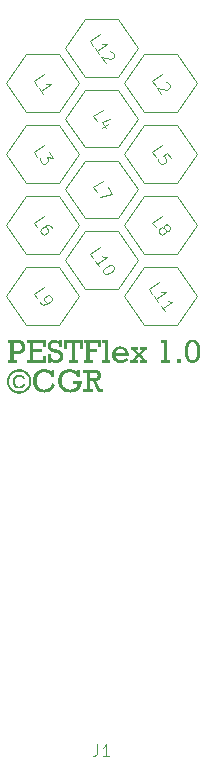
<source format=gbr>
%TF.GenerationSoftware,KiCad,Pcbnew,7.0.1*%
%TF.CreationDate,2024-10-11T19:42:49-04:00*%
%TF.ProjectId,PESTFlex,50455354-466c-4657-982e-6b696361645f,rev?*%
%TF.SameCoordinates,Original*%
%TF.FileFunction,Legend,Top*%
%TF.FilePolarity,Positive*%
%FSLAX46Y46*%
G04 Gerber Fmt 4.6, Leading zero omitted, Abs format (unit mm)*
G04 Created by KiCad (PCBNEW 7.0.1) date 2024-10-11 19:42:49*
%MOMM*%
%LPD*%
G01*
G04 APERTURE LIST*
%ADD10C,0.150000*%
%ADD11C,0.100000*%
G04 APERTURE END LIST*
D10*
G36*
X33076265Y-47690993D02*
G01*
X33098398Y-47692069D01*
X33120061Y-47693863D01*
X33141255Y-47696374D01*
X33161979Y-47699603D01*
X33182234Y-47703549D01*
X33202020Y-47708212D01*
X33221336Y-47713593D01*
X33240183Y-47719692D01*
X33258560Y-47726508D01*
X33285246Y-47738077D01*
X33310876Y-47751260D01*
X33335449Y-47766058D01*
X33358967Y-47782470D01*
X33381318Y-47800130D01*
X33402209Y-47818854D01*
X33421641Y-47838644D01*
X33439613Y-47859498D01*
X33456125Y-47881417D01*
X33471177Y-47904400D01*
X33484770Y-47928449D01*
X33496903Y-47953562D01*
X33507576Y-47979740D01*
X33516790Y-48006982D01*
X33522121Y-48025736D01*
X33358967Y-48065792D01*
X33347907Y-48039291D01*
X33335733Y-48014501D01*
X33322445Y-47991420D01*
X33308042Y-47970048D01*
X33292525Y-47950387D01*
X33275894Y-47932435D01*
X33258148Y-47916193D01*
X33239288Y-47901660D01*
X33219313Y-47888838D01*
X33198224Y-47877725D01*
X33176021Y-47868321D01*
X33152704Y-47860628D01*
X33128272Y-47854644D01*
X33102725Y-47850369D01*
X33076065Y-47847805D01*
X33048290Y-47846950D01*
X33026804Y-47847423D01*
X33005944Y-47848843D01*
X32985710Y-47851209D01*
X32966102Y-47854521D01*
X32937863Y-47861265D01*
X32911033Y-47870138D01*
X32885611Y-47881140D01*
X32861597Y-47894272D01*
X32838991Y-47909533D01*
X32817793Y-47926924D01*
X32798004Y-47946445D01*
X32779623Y-47968094D01*
X32762774Y-47991367D01*
X32747583Y-48015756D01*
X32734049Y-48041261D01*
X32722172Y-48067883D01*
X32715175Y-48086251D01*
X32708914Y-48105115D01*
X32703390Y-48124475D01*
X32698603Y-48144331D01*
X32694552Y-48164683D01*
X32691237Y-48185532D01*
X32688659Y-48206876D01*
X32686818Y-48228717D01*
X32685713Y-48251054D01*
X32685345Y-48273886D01*
X32685715Y-48298273D01*
X32686826Y-48321972D01*
X32688677Y-48344984D01*
X32691268Y-48367309D01*
X32694599Y-48388948D01*
X32698671Y-48409899D01*
X32703484Y-48430164D01*
X32709036Y-48449741D01*
X32715330Y-48468632D01*
X32726157Y-48495680D01*
X32738651Y-48521182D01*
X32752810Y-48545139D01*
X32768636Y-48567550D01*
X32780111Y-48581632D01*
X32798438Y-48601187D01*
X32817881Y-48618818D01*
X32838440Y-48634526D01*
X32860116Y-48648311D01*
X32882908Y-48660172D01*
X32906816Y-48670109D01*
X32931840Y-48678124D01*
X32957981Y-48684214D01*
X32985238Y-48688382D01*
X33013611Y-48690626D01*
X33033147Y-48691053D01*
X33054870Y-48690478D01*
X33076258Y-48688752D01*
X33097311Y-48685875D01*
X33118029Y-48681848D01*
X33138412Y-48676671D01*
X33158460Y-48670342D01*
X33178174Y-48662863D01*
X33197553Y-48654234D01*
X33216596Y-48644453D01*
X33235305Y-48633523D01*
X33247592Y-48625596D01*
X33265305Y-48612768D01*
X33281807Y-48599012D01*
X33297098Y-48584329D01*
X33311179Y-48568718D01*
X33324049Y-48552180D01*
X33335708Y-48534715D01*
X33346157Y-48516322D01*
X33355395Y-48497002D01*
X33363422Y-48476755D01*
X33370238Y-48455580D01*
X33374110Y-48440949D01*
X33542637Y-48490774D01*
X33537430Y-48510792D01*
X33531456Y-48530303D01*
X33524714Y-48549307D01*
X33517206Y-48567802D01*
X33508930Y-48585790D01*
X33499887Y-48603271D01*
X33490077Y-48620244D01*
X33479501Y-48636709D01*
X33468157Y-48652667D01*
X33456046Y-48668117D01*
X33443168Y-48683060D01*
X33429522Y-48697495D01*
X33415110Y-48711423D01*
X33399931Y-48724843D01*
X33383984Y-48737755D01*
X33367271Y-48750160D01*
X33350042Y-48761931D01*
X33332428Y-48772943D01*
X33314429Y-48783196D01*
X33296044Y-48792689D01*
X33277273Y-48801422D01*
X33258117Y-48809397D01*
X33238576Y-48816611D01*
X33218649Y-48823066D01*
X33198337Y-48828762D01*
X33177639Y-48833699D01*
X33156556Y-48837876D01*
X33135088Y-48841293D01*
X33113234Y-48843951D01*
X33090994Y-48845850D01*
X33068369Y-48846989D01*
X33045359Y-48847369D01*
X33023927Y-48847067D01*
X33002861Y-48846163D01*
X32982161Y-48844655D01*
X32961828Y-48842545D01*
X32941861Y-48839831D01*
X32922260Y-48836515D01*
X32903026Y-48832596D01*
X32874862Y-48825586D01*
X32847522Y-48817220D01*
X32821007Y-48807497D01*
X32795315Y-48796417D01*
X32770448Y-48783981D01*
X32746406Y-48770188D01*
X32723433Y-48755244D01*
X32701595Y-48739356D01*
X32680889Y-48722523D01*
X32661318Y-48704746D01*
X32642879Y-48686024D01*
X32625574Y-48666358D01*
X32609403Y-48645747D01*
X32594364Y-48624192D01*
X32580460Y-48601692D01*
X32567689Y-48578247D01*
X32559804Y-48562093D01*
X32548892Y-48537159D01*
X32539053Y-48511632D01*
X32530287Y-48485513D01*
X32522595Y-48458801D01*
X32515976Y-48431497D01*
X32510431Y-48403600D01*
X32505959Y-48375111D01*
X32502560Y-48346030D01*
X32500890Y-48326313D01*
X32499697Y-48306333D01*
X32498982Y-48286089D01*
X32498743Y-48265582D01*
X32499320Y-48232857D01*
X32501048Y-48200995D01*
X32503930Y-48169995D01*
X32507964Y-48139858D01*
X32513150Y-48110583D01*
X32519489Y-48082171D01*
X32526980Y-48054621D01*
X32535624Y-48027934D01*
X32545420Y-48002109D01*
X32556369Y-47977147D01*
X32568471Y-47953047D01*
X32581725Y-47929809D01*
X32596131Y-47907434D01*
X32611690Y-47885922D01*
X32628402Y-47865272D01*
X32646266Y-47845484D01*
X32665203Y-47826733D01*
X32685009Y-47809192D01*
X32705686Y-47792860D01*
X32727233Y-47777738D01*
X32749649Y-47763825D01*
X32772937Y-47751123D01*
X32797094Y-47739630D01*
X32822121Y-47729347D01*
X32848018Y-47720274D01*
X32874786Y-47712410D01*
X32902423Y-47705757D01*
X32930931Y-47700313D01*
X32960309Y-47696078D01*
X32990557Y-47693054D01*
X33021675Y-47691239D01*
X33053663Y-47690635D01*
X33076265Y-47690993D01*
G37*
G36*
X33073996Y-47222203D02*
G01*
X33106420Y-47223749D01*
X33138721Y-47226325D01*
X33170900Y-47229931D01*
X33202957Y-47234568D01*
X33234891Y-47240235D01*
X33266704Y-47246933D01*
X33298394Y-47254661D01*
X33329963Y-47263419D01*
X33361409Y-47273208D01*
X33392733Y-47284027D01*
X33423935Y-47295877D01*
X33455015Y-47308757D01*
X33485973Y-47322667D01*
X33516809Y-47337608D01*
X33547522Y-47353579D01*
X33577831Y-47370514D01*
X33607331Y-47388346D01*
X33636022Y-47407074D01*
X33663904Y-47426700D01*
X33690977Y-47447222D01*
X33717240Y-47468641D01*
X33742695Y-47490956D01*
X33767341Y-47514169D01*
X33791177Y-47538279D01*
X33814205Y-47563285D01*
X33836423Y-47589188D01*
X33857833Y-47615988D01*
X33878433Y-47643685D01*
X33898224Y-47672278D01*
X33917207Y-47701769D01*
X33935380Y-47732156D01*
X33952593Y-47763100D01*
X33968696Y-47794262D01*
X33983688Y-47825642D01*
X33997570Y-47857239D01*
X34010341Y-47889053D01*
X34022002Y-47921085D01*
X34032552Y-47953335D01*
X34041992Y-47985802D01*
X34050321Y-48018487D01*
X34057539Y-48051389D01*
X34063647Y-48084509D01*
X34068645Y-48117846D01*
X34072532Y-48151401D01*
X34075308Y-48185173D01*
X34076974Y-48219163D01*
X34077529Y-48253370D01*
X34077233Y-48279902D01*
X34076344Y-48306193D01*
X34074863Y-48332243D01*
X34072789Y-48358051D01*
X34070123Y-48383618D01*
X34066865Y-48408943D01*
X34063013Y-48434027D01*
X34058570Y-48458870D01*
X34053534Y-48483471D01*
X34047905Y-48507831D01*
X34041684Y-48531950D01*
X34034871Y-48555827D01*
X34027465Y-48579462D01*
X34019466Y-48602857D01*
X34010875Y-48626010D01*
X34001692Y-48648921D01*
X33991916Y-48671592D01*
X33981547Y-48694020D01*
X33970587Y-48716208D01*
X33959033Y-48738154D01*
X33946887Y-48759859D01*
X33934149Y-48781322D01*
X33920818Y-48802544D01*
X33906895Y-48823524D01*
X33892379Y-48844264D01*
X33877271Y-48864761D01*
X33861570Y-48885018D01*
X33845277Y-48905033D01*
X33828391Y-48924807D01*
X33810913Y-48944339D01*
X33792843Y-48963630D01*
X33774180Y-48982679D01*
X33755127Y-49001282D01*
X33735826Y-49019295D01*
X33716277Y-49036716D01*
X33696480Y-49053548D01*
X33676435Y-49069788D01*
X33656142Y-49085439D01*
X33635600Y-49100498D01*
X33614811Y-49114967D01*
X33593774Y-49128846D01*
X33572488Y-49142134D01*
X33550955Y-49154831D01*
X33529173Y-49166938D01*
X33507144Y-49178454D01*
X33484866Y-49189379D01*
X33462341Y-49199714D01*
X33439567Y-49209459D01*
X33416545Y-49218613D01*
X33393275Y-49227176D01*
X33369757Y-49235149D01*
X33345991Y-49242531D01*
X33321977Y-49249322D01*
X33297715Y-49255523D01*
X33273205Y-49261134D01*
X33248447Y-49266154D01*
X33223441Y-49270583D01*
X33198186Y-49274422D01*
X33172684Y-49277670D01*
X33146933Y-49280327D01*
X33120935Y-49282394D01*
X33094688Y-49283871D01*
X33068194Y-49284757D01*
X33041451Y-49285052D01*
X33014677Y-49284757D01*
X32988151Y-49283871D01*
X32961871Y-49282394D01*
X32935839Y-49280327D01*
X32910054Y-49277670D01*
X32884515Y-49274422D01*
X32859224Y-49270583D01*
X32834180Y-49266154D01*
X32809384Y-49261134D01*
X32784834Y-49255523D01*
X32760531Y-49249322D01*
X32736476Y-49242531D01*
X32712667Y-49235149D01*
X32689106Y-49227176D01*
X32665792Y-49218613D01*
X32642725Y-49209459D01*
X32619905Y-49199714D01*
X32597332Y-49189379D01*
X32575006Y-49178454D01*
X32552927Y-49166938D01*
X32531096Y-49154831D01*
X32509511Y-49142134D01*
X32488174Y-49128846D01*
X32467083Y-49114967D01*
X32446240Y-49100498D01*
X32425644Y-49085439D01*
X32405295Y-49069788D01*
X32385193Y-49053548D01*
X32365339Y-49036716D01*
X32345731Y-49019295D01*
X32326370Y-49001282D01*
X32307257Y-48982679D01*
X32288594Y-48963630D01*
X32270523Y-48944339D01*
X32253045Y-48924807D01*
X32236159Y-48905033D01*
X32219866Y-48885018D01*
X32204166Y-48864761D01*
X32189057Y-48844264D01*
X32174542Y-48823524D01*
X32160618Y-48802544D01*
X32147287Y-48781322D01*
X32134549Y-48759859D01*
X32122403Y-48738154D01*
X32110850Y-48716208D01*
X32099889Y-48694020D01*
X32089521Y-48671592D01*
X32079745Y-48648921D01*
X32070561Y-48626010D01*
X32061970Y-48602857D01*
X32053972Y-48579462D01*
X32046566Y-48555827D01*
X32039752Y-48531950D01*
X32033531Y-48507831D01*
X32027903Y-48483471D01*
X32022867Y-48458870D01*
X32018423Y-48434027D01*
X32014572Y-48408943D01*
X32011313Y-48383618D01*
X32008647Y-48358051D01*
X32006574Y-48332243D01*
X32005092Y-48306193D01*
X32004204Y-48279902D01*
X32003907Y-48253370D01*
X32175854Y-48253370D01*
X32176102Y-48275070D01*
X32176845Y-48296572D01*
X32178083Y-48317877D01*
X32179816Y-48338985D01*
X32182044Y-48359895D01*
X32184767Y-48380607D01*
X32187986Y-48401122D01*
X32191700Y-48421440D01*
X32195909Y-48441560D01*
X32200613Y-48461482D01*
X32205812Y-48481207D01*
X32211506Y-48500735D01*
X32217696Y-48520065D01*
X32224380Y-48539197D01*
X32231560Y-48558132D01*
X32239235Y-48576870D01*
X32247406Y-48595410D01*
X32256071Y-48613752D01*
X32265231Y-48631897D01*
X32274887Y-48649845D01*
X32285038Y-48667595D01*
X32295684Y-48685148D01*
X32306825Y-48702503D01*
X32318462Y-48719660D01*
X32330593Y-48736620D01*
X32343220Y-48753383D01*
X32356342Y-48769948D01*
X32369959Y-48786316D01*
X32384071Y-48802486D01*
X32398678Y-48818458D01*
X32413781Y-48834233D01*
X32429378Y-48849811D01*
X32445326Y-48865048D01*
X32461479Y-48879801D01*
X32477837Y-48894071D01*
X32494400Y-48907857D01*
X32511169Y-48921159D01*
X32528142Y-48933978D01*
X32545321Y-48946312D01*
X32562704Y-48958163D01*
X32580293Y-48969531D01*
X32598087Y-48980414D01*
X32616086Y-48990814D01*
X32634291Y-49000730D01*
X32652700Y-49010163D01*
X32671314Y-49019111D01*
X32690134Y-49027576D01*
X32709159Y-49035558D01*
X32728388Y-49043055D01*
X32747823Y-49050069D01*
X32767463Y-49056599D01*
X32787309Y-49062646D01*
X32807359Y-49068209D01*
X32827614Y-49073288D01*
X32848075Y-49077883D01*
X32868741Y-49081994D01*
X32889612Y-49085622D01*
X32910688Y-49088766D01*
X32931969Y-49091427D01*
X32953455Y-49093604D01*
X32975146Y-49095297D01*
X32997043Y-49096506D01*
X33019144Y-49097231D01*
X33041451Y-49097473D01*
X33063757Y-49097231D01*
X33085855Y-49096506D01*
X33107747Y-49095297D01*
X33129432Y-49093604D01*
X33150909Y-49091427D01*
X33172180Y-49088766D01*
X33193244Y-49085622D01*
X33214100Y-49081994D01*
X33234750Y-49077883D01*
X33255192Y-49073288D01*
X33275428Y-49068209D01*
X33295456Y-49062646D01*
X33315277Y-49056599D01*
X33334892Y-49050069D01*
X33354299Y-49043055D01*
X33373499Y-49035558D01*
X33392492Y-49027576D01*
X33411279Y-49019111D01*
X33429858Y-49010163D01*
X33448230Y-49000730D01*
X33466395Y-48990814D01*
X33484353Y-48980414D01*
X33502104Y-48969531D01*
X33519648Y-48958163D01*
X33536985Y-48946312D01*
X33554115Y-48933978D01*
X33571038Y-48921159D01*
X33587754Y-48907857D01*
X33604262Y-48894071D01*
X33620564Y-48879801D01*
X33636659Y-48865048D01*
X33652547Y-48849811D01*
X33668114Y-48834233D01*
X33683188Y-48818458D01*
X33697767Y-48802486D01*
X33711852Y-48786316D01*
X33725443Y-48769948D01*
X33738539Y-48753383D01*
X33751142Y-48736620D01*
X33763250Y-48719660D01*
X33774864Y-48702503D01*
X33785983Y-48685148D01*
X33796609Y-48667595D01*
X33806740Y-48649845D01*
X33816377Y-48631897D01*
X33825520Y-48613752D01*
X33834169Y-48595410D01*
X33842323Y-48576870D01*
X33849984Y-48558132D01*
X33857150Y-48539197D01*
X33863821Y-48520065D01*
X33869999Y-48500735D01*
X33875682Y-48481207D01*
X33880872Y-48461482D01*
X33885567Y-48441560D01*
X33889767Y-48421440D01*
X33893474Y-48401122D01*
X33896686Y-48380607D01*
X33899405Y-48359895D01*
X33901629Y-48338985D01*
X33903358Y-48317877D01*
X33904594Y-48296572D01*
X33905335Y-48275070D01*
X33905582Y-48253370D01*
X33905334Y-48231581D01*
X33904588Y-48209994D01*
X33903345Y-48188609D01*
X33901606Y-48167427D01*
X33899369Y-48146447D01*
X33896635Y-48125669D01*
X33893404Y-48105094D01*
X33889676Y-48084720D01*
X33885451Y-48064549D01*
X33880729Y-48044581D01*
X33875509Y-48024814D01*
X33869793Y-48005250D01*
X33863580Y-47985888D01*
X33856869Y-47966728D01*
X33849662Y-47947771D01*
X33841957Y-47929016D01*
X33833755Y-47910463D01*
X33825056Y-47892112D01*
X33815861Y-47873964D01*
X33806168Y-47856017D01*
X33795978Y-47838274D01*
X33785291Y-47820732D01*
X33774107Y-47803393D01*
X33762425Y-47786256D01*
X33750247Y-47769321D01*
X33737572Y-47752588D01*
X33724399Y-47736058D01*
X33710730Y-47719730D01*
X33696563Y-47703604D01*
X33681900Y-47687681D01*
X33666739Y-47671959D01*
X33651081Y-47656441D01*
X33635106Y-47641234D01*
X33618933Y-47626509D01*
X33602561Y-47612268D01*
X33585990Y-47598509D01*
X33569222Y-47585233D01*
X33552254Y-47572440D01*
X33535089Y-47560130D01*
X33517725Y-47548302D01*
X33500162Y-47536957D01*
X33482401Y-47526095D01*
X33464441Y-47515716D01*
X33446284Y-47505819D01*
X33427927Y-47496405D01*
X33409372Y-47487474D01*
X33390619Y-47479026D01*
X33371667Y-47471060D01*
X33352517Y-47463577D01*
X33333169Y-47456577D01*
X33313621Y-47450060D01*
X33293876Y-47444026D01*
X33273932Y-47438474D01*
X33253790Y-47433405D01*
X33233449Y-47428819D01*
X33212909Y-47424715D01*
X33192172Y-47421094D01*
X33171236Y-47417956D01*
X33150101Y-47415301D01*
X33128768Y-47413129D01*
X33107236Y-47411439D01*
X33085506Y-47410232D01*
X33063578Y-47409508D01*
X33041451Y-47409267D01*
X33014386Y-47409688D01*
X32987412Y-47410954D01*
X32960530Y-47413062D01*
X32933740Y-47416014D01*
X32907041Y-47419809D01*
X32880434Y-47424448D01*
X32853918Y-47429930D01*
X32827494Y-47436256D01*
X32801162Y-47443425D01*
X32774921Y-47451437D01*
X32748772Y-47460293D01*
X32722714Y-47469992D01*
X32696748Y-47480534D01*
X32670874Y-47491920D01*
X32645091Y-47504149D01*
X32619399Y-47517222D01*
X32594147Y-47531081D01*
X32569559Y-47545669D01*
X32545634Y-47560985D01*
X32522374Y-47577031D01*
X32499778Y-47593806D01*
X32477845Y-47611309D01*
X32456577Y-47629541D01*
X32435973Y-47648503D01*
X32416033Y-47668193D01*
X32396757Y-47688612D01*
X32378145Y-47709760D01*
X32360197Y-47731637D01*
X32342913Y-47754243D01*
X32326293Y-47777577D01*
X32310337Y-47801641D01*
X32295045Y-47826434D01*
X32280612Y-47851686D01*
X32267110Y-47877129D01*
X32254539Y-47902763D01*
X32242899Y-47928588D01*
X32232190Y-47954604D01*
X32222413Y-47980810D01*
X32213567Y-48007208D01*
X32205652Y-48033796D01*
X32198668Y-48060575D01*
X32192616Y-48087544D01*
X32187494Y-48114705D01*
X32183304Y-48142056D01*
X32180045Y-48169599D01*
X32177717Y-48197332D01*
X32176320Y-48225255D01*
X32175854Y-48253370D01*
X32003907Y-48253370D01*
X32004461Y-48218821D01*
X32006121Y-48184539D01*
X32008888Y-48150525D01*
X32012761Y-48116777D01*
X32017741Y-48083297D01*
X32023828Y-48050084D01*
X32031022Y-48017138D01*
X32039323Y-47984459D01*
X32048730Y-47952047D01*
X32059244Y-47919902D01*
X32070864Y-47888025D01*
X32083592Y-47856414D01*
X32097426Y-47825071D01*
X32112366Y-47793995D01*
X32128414Y-47763186D01*
X32145568Y-47732644D01*
X32163671Y-47702663D01*
X32182563Y-47673538D01*
X32202246Y-47645266D01*
X32222718Y-47617850D01*
X32243981Y-47591289D01*
X32266033Y-47565582D01*
X32288876Y-47540730D01*
X32312508Y-47516734D01*
X32336931Y-47493592D01*
X32362143Y-47471304D01*
X32388145Y-47449872D01*
X32414938Y-47429295D01*
X32442520Y-47409572D01*
X32470892Y-47390704D01*
X32500054Y-47372691D01*
X32530006Y-47355533D01*
X32560512Y-47339326D01*
X32591212Y-47324163D01*
X32622107Y-47310047D01*
X32653196Y-47296976D01*
X32684481Y-47284951D01*
X32715959Y-47273971D01*
X32747633Y-47264038D01*
X32779501Y-47255150D01*
X32811563Y-47247307D01*
X32843820Y-47240510D01*
X32876272Y-47234759D01*
X32908919Y-47230054D01*
X32941760Y-47226394D01*
X32974796Y-47223780D01*
X33008026Y-47222211D01*
X33041451Y-47221688D01*
X33073996Y-47222203D01*
G37*
G36*
X35825819Y-48378422D02*
G01*
X36074459Y-48517152D01*
X36069040Y-48537070D01*
X36063288Y-48556706D01*
X36057202Y-48576061D01*
X36050782Y-48595134D01*
X36044028Y-48613926D01*
X36036941Y-48632437D01*
X36029519Y-48650666D01*
X36021763Y-48668613D01*
X36005250Y-48703664D01*
X35987401Y-48737589D01*
X35968217Y-48770388D01*
X35947697Y-48802062D01*
X35925841Y-48832609D01*
X35902649Y-48862031D01*
X35878122Y-48890327D01*
X35852259Y-48917497D01*
X35825060Y-48943541D01*
X35796526Y-48968460D01*
X35766655Y-48992252D01*
X35735450Y-49014919D01*
X35703337Y-49036273D01*
X35670626Y-49056250D01*
X35637316Y-49074848D01*
X35603406Y-49092069D01*
X35568897Y-49107913D01*
X35533789Y-49122378D01*
X35498082Y-49135466D01*
X35461775Y-49147177D01*
X35424870Y-49157509D01*
X35387365Y-49166464D01*
X35349262Y-49174042D01*
X35329985Y-49177314D01*
X35310559Y-49180241D01*
X35290982Y-49182824D01*
X35271257Y-49185063D01*
X35251381Y-49186957D01*
X35231355Y-49188507D01*
X35211180Y-49189713D01*
X35190855Y-49190574D01*
X35170380Y-49191090D01*
X35149755Y-49191263D01*
X35122782Y-49190988D01*
X35096144Y-49190163D01*
X35069842Y-49188790D01*
X35043876Y-49186866D01*
X35018246Y-49184393D01*
X34992951Y-49181371D01*
X34967993Y-49177799D01*
X34943370Y-49173677D01*
X34919083Y-49169006D01*
X34895132Y-49163785D01*
X34871517Y-49158015D01*
X34848237Y-49151695D01*
X34825294Y-49144826D01*
X34802686Y-49137407D01*
X34780414Y-49129439D01*
X34758478Y-49120921D01*
X34736878Y-49111853D01*
X34715614Y-49102236D01*
X34694685Y-49092069D01*
X34674092Y-49081353D01*
X34653835Y-49070088D01*
X34633914Y-49058272D01*
X34614329Y-49045908D01*
X34595080Y-49032993D01*
X34576166Y-49019529D01*
X34557588Y-49005516D01*
X34539347Y-48990953D01*
X34521441Y-48975840D01*
X34503870Y-48960178D01*
X34486636Y-48943967D01*
X34469737Y-48927206D01*
X34453175Y-48909895D01*
X34437036Y-48892179D01*
X34421410Y-48874203D01*
X34406296Y-48855966D01*
X34391694Y-48837469D01*
X34377605Y-48818712D01*
X34364028Y-48799694D01*
X34350963Y-48780415D01*
X34338411Y-48760876D01*
X34326371Y-48741077D01*
X34314844Y-48721017D01*
X34303828Y-48700697D01*
X34293325Y-48680116D01*
X34283335Y-48659274D01*
X34273857Y-48638173D01*
X34264891Y-48616811D01*
X34256437Y-48595188D01*
X34248496Y-48573305D01*
X34241067Y-48551161D01*
X34234150Y-48528757D01*
X34227746Y-48506093D01*
X34221854Y-48483168D01*
X34216475Y-48459982D01*
X34211608Y-48436536D01*
X34207253Y-48412830D01*
X34203410Y-48388863D01*
X34200080Y-48364636D01*
X34197262Y-48340148D01*
X34194957Y-48315400D01*
X34193163Y-48290391D01*
X34191883Y-48265122D01*
X34191114Y-48239593D01*
X34190858Y-48213803D01*
X34191115Y-48185591D01*
X34191888Y-48157741D01*
X34193176Y-48130254D01*
X34194979Y-48103130D01*
X34197298Y-48076368D01*
X34200131Y-48049969D01*
X34203480Y-48023933D01*
X34207344Y-47998258D01*
X34211723Y-47972947D01*
X34216618Y-47947998D01*
X34222027Y-47923411D01*
X34227952Y-47899187D01*
X34234392Y-47875326D01*
X34241347Y-47851827D01*
X34248818Y-47828691D01*
X34256803Y-47805917D01*
X34265304Y-47783506D01*
X34274320Y-47761457D01*
X34283851Y-47739771D01*
X34293898Y-47718448D01*
X34304459Y-47697487D01*
X34315536Y-47676888D01*
X34327128Y-47656652D01*
X34339235Y-47636779D01*
X34351858Y-47617268D01*
X34364995Y-47598120D01*
X34378648Y-47579334D01*
X34392816Y-47560911D01*
X34407499Y-47542850D01*
X34422698Y-47525152D01*
X34438411Y-47507817D01*
X34454640Y-47490844D01*
X34471283Y-47474285D01*
X34488241Y-47458251D01*
X34505512Y-47442743D01*
X34523097Y-47427761D01*
X34540996Y-47413304D01*
X34559208Y-47399373D01*
X34577735Y-47385968D01*
X34596576Y-47373088D01*
X34615730Y-47360734D01*
X34635199Y-47348906D01*
X34654981Y-47337604D01*
X34675077Y-47326827D01*
X34695487Y-47316576D01*
X34716211Y-47306851D01*
X34737249Y-47297651D01*
X34758600Y-47288977D01*
X34780266Y-47280829D01*
X34802245Y-47273206D01*
X34824539Y-47266109D01*
X34847146Y-47259538D01*
X34870067Y-47253493D01*
X34893302Y-47247973D01*
X34916851Y-47242979D01*
X34940714Y-47238510D01*
X34964891Y-47234568D01*
X34989381Y-47231151D01*
X35014186Y-47228259D01*
X35039304Y-47225894D01*
X35064736Y-47224054D01*
X35090482Y-47222740D01*
X35116543Y-47221951D01*
X35142916Y-47221688D01*
X35166247Y-47221888D01*
X35189344Y-47222488D01*
X35212207Y-47223487D01*
X35234836Y-47224886D01*
X35257231Y-47226685D01*
X35279393Y-47228884D01*
X35301321Y-47231482D01*
X35323015Y-47234480D01*
X35344475Y-47237878D01*
X35365702Y-47241676D01*
X35386695Y-47245874D01*
X35407454Y-47250471D01*
X35427980Y-47255468D01*
X35448272Y-47260864D01*
X35468330Y-47266661D01*
X35488154Y-47272857D01*
X35507744Y-47279453D01*
X35527101Y-47286449D01*
X35546224Y-47293844D01*
X35565113Y-47301640D01*
X35583769Y-47309835D01*
X35602190Y-47318429D01*
X35620378Y-47327424D01*
X35638333Y-47336818D01*
X35656053Y-47346612D01*
X35673540Y-47356806D01*
X35690793Y-47367400D01*
X35707812Y-47378393D01*
X35724597Y-47389786D01*
X35741149Y-47401579D01*
X35757467Y-47413771D01*
X35773551Y-47426364D01*
X35773551Y-47252951D01*
X36020725Y-47252951D01*
X36020725Y-47878213D01*
X35773551Y-47878213D01*
X35762883Y-47854315D01*
X35751516Y-47831105D01*
X35739451Y-47808581D01*
X35726687Y-47786744D01*
X35713225Y-47765594D01*
X35699065Y-47745131D01*
X35684206Y-47725355D01*
X35668649Y-47706266D01*
X35652394Y-47687864D01*
X35635440Y-47670149D01*
X35617788Y-47653120D01*
X35599437Y-47636779D01*
X35580388Y-47621125D01*
X35560640Y-47606157D01*
X35540195Y-47591876D01*
X35519050Y-47578283D01*
X35497548Y-47565388D01*
X35475903Y-47553324D01*
X35454118Y-47542093D01*
X35432192Y-47531693D01*
X35410124Y-47522126D01*
X35387915Y-47513391D01*
X35365565Y-47505487D01*
X35343073Y-47498415D01*
X35320441Y-47492176D01*
X35297667Y-47486768D01*
X35274752Y-47482192D01*
X35251696Y-47478449D01*
X35228499Y-47475537D01*
X35205160Y-47473457D01*
X35181680Y-47472209D01*
X35158060Y-47471793D01*
X35122738Y-47472604D01*
X35088214Y-47475037D01*
X35054487Y-47479092D01*
X35021558Y-47484768D01*
X34989427Y-47492067D01*
X34958093Y-47500988D01*
X34927557Y-47511530D01*
X34897819Y-47523695D01*
X34868878Y-47537481D01*
X34840735Y-47552889D01*
X34813389Y-47569919D01*
X34786841Y-47588572D01*
X34761090Y-47608846D01*
X34736138Y-47630742D01*
X34711982Y-47654260D01*
X34688625Y-47679399D01*
X34666443Y-47705776D01*
X34645691Y-47733003D01*
X34626371Y-47761081D01*
X34608483Y-47790011D01*
X34592025Y-47819791D01*
X34576998Y-47850423D01*
X34563403Y-47881905D01*
X34551238Y-47914239D01*
X34540505Y-47947423D01*
X34531203Y-47981459D01*
X34523332Y-48016346D01*
X34516892Y-48052083D01*
X34511883Y-48088672D01*
X34508305Y-48126112D01*
X34506158Y-48164403D01*
X34505443Y-48203545D01*
X34505634Y-48223761D01*
X34506210Y-48243745D01*
X34507169Y-48263497D01*
X34508511Y-48283015D01*
X34512346Y-48321354D01*
X34517716Y-48358761D01*
X34524620Y-48395237D01*
X34533057Y-48430782D01*
X34543029Y-48465396D01*
X34554535Y-48499078D01*
X34567576Y-48531830D01*
X34582150Y-48563650D01*
X34598259Y-48594539D01*
X34615901Y-48624497D01*
X34635078Y-48653524D01*
X34655789Y-48681619D01*
X34678035Y-48708784D01*
X34701814Y-48735017D01*
X34726647Y-48759979D01*
X34752052Y-48783331D01*
X34778029Y-48805073D01*
X34804579Y-48825204D01*
X34831701Y-48843724D01*
X34859396Y-48860634D01*
X34887664Y-48875934D01*
X34916503Y-48889623D01*
X34945916Y-48901701D01*
X34975900Y-48912169D01*
X35006457Y-48921027D01*
X35037587Y-48928274D01*
X35069289Y-48933911D01*
X35101563Y-48937937D01*
X35134410Y-48940353D01*
X35167829Y-48941158D01*
X35195333Y-48940587D01*
X35222524Y-48938876D01*
X35249403Y-48936023D01*
X35275968Y-48932029D01*
X35302220Y-48926895D01*
X35328159Y-48920619D01*
X35353786Y-48913202D01*
X35379099Y-48904644D01*
X35404100Y-48894944D01*
X35428787Y-48884104D01*
X35453162Y-48872123D01*
X35477224Y-48859001D01*
X35500973Y-48844737D01*
X35524409Y-48829333D01*
X35547531Y-48812787D01*
X35570341Y-48795101D01*
X35592577Y-48776357D01*
X35613977Y-48756640D01*
X35634541Y-48735950D01*
X35654269Y-48714287D01*
X35673162Y-48691650D01*
X35691219Y-48668041D01*
X35708440Y-48643458D01*
X35724825Y-48617903D01*
X35740375Y-48591374D01*
X35755088Y-48563871D01*
X35768966Y-48535396D01*
X35782008Y-48505948D01*
X35794215Y-48475526D01*
X35805585Y-48444131D01*
X35816120Y-48411763D01*
X35825819Y-48378422D01*
G37*
G36*
X37622958Y-48253370D02*
G01*
X38318562Y-48253370D01*
X38319034Y-48273321D01*
X38319378Y-48293948D01*
X38319535Y-48314765D01*
X38319539Y-48318339D01*
X38319281Y-48342975D01*
X38318509Y-48367302D01*
X38317221Y-48391320D01*
X38315417Y-48415028D01*
X38313099Y-48438428D01*
X38310265Y-48461518D01*
X38306917Y-48484300D01*
X38303053Y-48506772D01*
X38298673Y-48528935D01*
X38293779Y-48550789D01*
X38288369Y-48572334D01*
X38282445Y-48593570D01*
X38276005Y-48614496D01*
X38269049Y-48635114D01*
X38261579Y-48655422D01*
X38253593Y-48675422D01*
X38245093Y-48695112D01*
X38236077Y-48714493D01*
X38226545Y-48733565D01*
X38216499Y-48752328D01*
X38205937Y-48770781D01*
X38194861Y-48788926D01*
X38183269Y-48806761D01*
X38171161Y-48824288D01*
X38158539Y-48841505D01*
X38145401Y-48858413D01*
X38131749Y-48875012D01*
X38117581Y-48891302D01*
X38102897Y-48907283D01*
X38087699Y-48922954D01*
X38071985Y-48938317D01*
X38055757Y-48953370D01*
X38039135Y-48968006D01*
X38022181Y-48982177D01*
X38004895Y-48995884D01*
X37987277Y-49009126D01*
X37969327Y-49021904D01*
X37951045Y-49034216D01*
X37932431Y-49046065D01*
X37913485Y-49057448D01*
X37894207Y-49068367D01*
X37874597Y-49078821D01*
X37854655Y-49088811D01*
X37834381Y-49098336D01*
X37813775Y-49107396D01*
X37792837Y-49115992D01*
X37771567Y-49124123D01*
X37749965Y-49131789D01*
X37728030Y-49138991D01*
X37705764Y-49145728D01*
X37683166Y-49152001D01*
X37660236Y-49157809D01*
X37636974Y-49163152D01*
X37613379Y-49168031D01*
X37589453Y-49172445D01*
X37565195Y-49176394D01*
X37540605Y-49179879D01*
X37515682Y-49182899D01*
X37490428Y-49185455D01*
X37464842Y-49187546D01*
X37438923Y-49189172D01*
X37412673Y-49190333D01*
X37386090Y-49191030D01*
X37359176Y-49191263D01*
X37327071Y-49190975D01*
X37295480Y-49190114D01*
X37264404Y-49188678D01*
X37233841Y-49186668D01*
X37203793Y-49184083D01*
X37174259Y-49180924D01*
X37145240Y-49177191D01*
X37116734Y-49172883D01*
X37088743Y-49168001D01*
X37061267Y-49162545D01*
X37034304Y-49156514D01*
X37007856Y-49149909D01*
X36981922Y-49142730D01*
X36956502Y-49134976D01*
X36931596Y-49126648D01*
X36907205Y-49117745D01*
X36883328Y-49108269D01*
X36859965Y-49098218D01*
X36837116Y-49087592D01*
X36814782Y-49076392D01*
X36792962Y-49064618D01*
X36771656Y-49052269D01*
X36750864Y-49039346D01*
X36730587Y-49025849D01*
X36710823Y-49011777D01*
X36691574Y-48997132D01*
X36672840Y-48981911D01*
X36654619Y-48966116D01*
X36636913Y-48949747D01*
X36619721Y-48932804D01*
X36603044Y-48915286D01*
X36586880Y-48897194D01*
X36571252Y-48878679D01*
X36556121Y-48859953D01*
X36541485Y-48841016D01*
X36527346Y-48821868D01*
X36513703Y-48802510D01*
X36500556Y-48782940D01*
X36487905Y-48763160D01*
X36475750Y-48743169D01*
X36464091Y-48722967D01*
X36452928Y-48702554D01*
X36442262Y-48681930D01*
X36432091Y-48661095D01*
X36422417Y-48640050D01*
X36413239Y-48618794D01*
X36404557Y-48597326D01*
X36396371Y-48575648D01*
X36388681Y-48553760D01*
X36381487Y-48531660D01*
X36374790Y-48509349D01*
X36368588Y-48486828D01*
X36362883Y-48464096D01*
X36357674Y-48441153D01*
X36352960Y-48417999D01*
X36348743Y-48394634D01*
X36345023Y-48371058D01*
X36341798Y-48347272D01*
X36339069Y-48323275D01*
X36336837Y-48299066D01*
X36335100Y-48274647D01*
X36333860Y-48250017D01*
X36333116Y-48225177D01*
X36332868Y-48200125D01*
X36333121Y-48173947D01*
X36333881Y-48148048D01*
X36335147Y-48122427D01*
X36336921Y-48097085D01*
X36339200Y-48072022D01*
X36341987Y-48047237D01*
X36345280Y-48022730D01*
X36349079Y-47998503D01*
X36353385Y-47974553D01*
X36358198Y-47950883D01*
X36363518Y-47927491D01*
X36369344Y-47904378D01*
X36375676Y-47881543D01*
X36382516Y-47858987D01*
X36389862Y-47836709D01*
X36397714Y-47814710D01*
X36406073Y-47792989D01*
X36414939Y-47771548D01*
X36424311Y-47750384D01*
X36434190Y-47729500D01*
X36444576Y-47708894D01*
X36455468Y-47688566D01*
X36466867Y-47668517D01*
X36478772Y-47648747D01*
X36491184Y-47629255D01*
X36504103Y-47610042D01*
X36517528Y-47591107D01*
X36531460Y-47572452D01*
X36545898Y-47554074D01*
X36560844Y-47535975D01*
X36576295Y-47518155D01*
X36592254Y-47500614D01*
X36608676Y-47483453D01*
X36625461Y-47466837D01*
X36642607Y-47450767D01*
X36660115Y-47435240D01*
X36677984Y-47420259D01*
X36696215Y-47405823D01*
X36714808Y-47391931D01*
X36733762Y-47378584D01*
X36753077Y-47365782D01*
X36772755Y-47353524D01*
X36792794Y-47341811D01*
X36813194Y-47330643D01*
X36833956Y-47320020D01*
X36855080Y-47309942D01*
X36876565Y-47300408D01*
X36898412Y-47291420D01*
X36920620Y-47282976D01*
X36943190Y-47275076D01*
X36966122Y-47267722D01*
X36989415Y-47260912D01*
X37013070Y-47254647D01*
X37037087Y-47248927D01*
X37061465Y-47243752D01*
X37086204Y-47239121D01*
X37111305Y-47235035D01*
X37136768Y-47231494D01*
X37162593Y-47228498D01*
X37188779Y-47226046D01*
X37215326Y-47224140D01*
X37242235Y-47222778D01*
X37269506Y-47221961D01*
X37297138Y-47221688D01*
X37322016Y-47221926D01*
X37346641Y-47222639D01*
X37371014Y-47223826D01*
X37395133Y-47225489D01*
X37419000Y-47227627D01*
X37442614Y-47230241D01*
X37465975Y-47233329D01*
X37489083Y-47236892D01*
X37511938Y-47240931D01*
X37534541Y-47245445D01*
X37556890Y-47250434D01*
X37578987Y-47255898D01*
X37600831Y-47261837D01*
X37622422Y-47268251D01*
X37643760Y-47275140D01*
X37664846Y-47282505D01*
X37685679Y-47290344D01*
X37706258Y-47298659D01*
X37726586Y-47307449D01*
X37746660Y-47316714D01*
X37766481Y-47326454D01*
X37786050Y-47336669D01*
X37805365Y-47347360D01*
X37824428Y-47358525D01*
X37843238Y-47370166D01*
X37861795Y-47382282D01*
X37880100Y-47394873D01*
X37898151Y-47407939D01*
X37915950Y-47421480D01*
X37933496Y-47435496D01*
X37950789Y-47449988D01*
X37967829Y-47464954D01*
X37967829Y-47252951D01*
X38211095Y-47252951D01*
X38211095Y-47878213D01*
X37967829Y-47878213D01*
X37958804Y-47858506D01*
X37948946Y-47839073D01*
X37938257Y-47819915D01*
X37926735Y-47801032D01*
X37914382Y-47782424D01*
X37901197Y-47764091D01*
X37887179Y-47746032D01*
X37872330Y-47728248D01*
X37856649Y-47710739D01*
X37840136Y-47693504D01*
X37822791Y-47676545D01*
X37804614Y-47659860D01*
X37785605Y-47643450D01*
X37765764Y-47627315D01*
X37745091Y-47611454D01*
X37723586Y-47595868D01*
X37701530Y-47580844D01*
X37679081Y-47566788D01*
X37656238Y-47553702D01*
X37633003Y-47541585D01*
X37609374Y-47530438D01*
X37585353Y-47520260D01*
X37560938Y-47511051D01*
X37536130Y-47502812D01*
X37510929Y-47495542D01*
X37485335Y-47489241D01*
X37459348Y-47483910D01*
X37432968Y-47479548D01*
X37406195Y-47476155D01*
X37379028Y-47473732D01*
X37351469Y-47472278D01*
X37323517Y-47471793D01*
X37284892Y-47472623D01*
X37247298Y-47475113D01*
X37210734Y-47479263D01*
X37175200Y-47485074D01*
X37140697Y-47492544D01*
X37107224Y-47501675D01*
X37074782Y-47512465D01*
X37043370Y-47524916D01*
X37012989Y-47539027D01*
X36983637Y-47554797D01*
X36955317Y-47572228D01*
X36928026Y-47591319D01*
X36901766Y-47612070D01*
X36876537Y-47634482D01*
X36852338Y-47658553D01*
X36829169Y-47684284D01*
X36807223Y-47711124D01*
X36786694Y-47738644D01*
X36767580Y-47766842D01*
X36749882Y-47795720D01*
X36733600Y-47825277D01*
X36718733Y-47855514D01*
X36705283Y-47886430D01*
X36693248Y-47918025D01*
X36682629Y-47950299D01*
X36673426Y-47983253D01*
X36665639Y-48016886D01*
X36659268Y-48051198D01*
X36654312Y-48086190D01*
X36650773Y-48121861D01*
X36648649Y-48158211D01*
X36647941Y-48195240D01*
X36648143Y-48216564D01*
X36648748Y-48237611D01*
X36649757Y-48258379D01*
X36651169Y-48278871D01*
X36652986Y-48299084D01*
X36655205Y-48319020D01*
X36657828Y-48338678D01*
X36660855Y-48358059D01*
X36668120Y-48395987D01*
X36676998Y-48432805D01*
X36687491Y-48468512D01*
X36699598Y-48503108D01*
X36713320Y-48536594D01*
X36728656Y-48568970D01*
X36745606Y-48600235D01*
X36764170Y-48630389D01*
X36784349Y-48659433D01*
X36806142Y-48687367D01*
X36829549Y-48714190D01*
X36854570Y-48739902D01*
X36880729Y-48764273D01*
X36907548Y-48787071D01*
X36935027Y-48808297D01*
X36963167Y-48827951D01*
X36991966Y-48846033D01*
X37021426Y-48862542D01*
X37051546Y-48877479D01*
X37082327Y-48890844D01*
X37113767Y-48902636D01*
X37145868Y-48912856D01*
X37178629Y-48921504D01*
X37212050Y-48928579D01*
X37246132Y-48934082D01*
X37280873Y-48938013D01*
X37316275Y-48940372D01*
X37352337Y-48941158D01*
X37380658Y-48940687D01*
X37408589Y-48939273D01*
X37436132Y-48936916D01*
X37463285Y-48933617D01*
X37490048Y-48929375D01*
X37516423Y-48924191D01*
X37542408Y-48918064D01*
X37568004Y-48910994D01*
X37593210Y-48902982D01*
X37618028Y-48894027D01*
X37642456Y-48884129D01*
X37666495Y-48873289D01*
X37690144Y-48861506D01*
X37713405Y-48848781D01*
X37736276Y-48835113D01*
X37758757Y-48820502D01*
X37780525Y-48805067D01*
X37801133Y-48789048D01*
X37820581Y-48772445D01*
X37838869Y-48755259D01*
X37855997Y-48737488D01*
X37871964Y-48719134D01*
X37886771Y-48700195D01*
X37900418Y-48680673D01*
X37912905Y-48660567D01*
X37924232Y-48639877D01*
X37934398Y-48618603D01*
X37943405Y-48596745D01*
X37951251Y-48574303D01*
X37957937Y-48551278D01*
X37963463Y-48527668D01*
X37967829Y-48503475D01*
X37622958Y-48503475D01*
X37622958Y-48253370D01*
G37*
G36*
X39284027Y-47253096D02*
G01*
X39313256Y-47253531D01*
X39341699Y-47254257D01*
X39369356Y-47255272D01*
X39396226Y-47256577D01*
X39422311Y-47258172D01*
X39447609Y-47260057D01*
X39472121Y-47262233D01*
X39495847Y-47264698D01*
X39518787Y-47267453D01*
X39540940Y-47270499D01*
X39562308Y-47273834D01*
X39582889Y-47277460D01*
X39602684Y-47281375D01*
X39630903Y-47287792D01*
X39639916Y-47290076D01*
X39666314Y-47297763D01*
X39691836Y-47306900D01*
X39716483Y-47317489D01*
X39740254Y-47329529D01*
X39763149Y-47343020D01*
X39785168Y-47357962D01*
X39806311Y-47374356D01*
X39826578Y-47392200D01*
X39845970Y-47411496D01*
X39864486Y-47432243D01*
X39876343Y-47446880D01*
X39893104Y-47469744D01*
X39908217Y-47493637D01*
X39921680Y-47518562D01*
X39933496Y-47544516D01*
X39943662Y-47571501D01*
X39952180Y-47599517D01*
X39956943Y-47618766D01*
X39960973Y-47638473D01*
X39964270Y-47658639D01*
X39966835Y-47679262D01*
X39968667Y-47700343D01*
X39969766Y-47721882D01*
X39970132Y-47743879D01*
X39969747Y-47766874D01*
X39968590Y-47789328D01*
X39966663Y-47811242D01*
X39963965Y-47832616D01*
X39960496Y-47853450D01*
X39956256Y-47873744D01*
X39951245Y-47893498D01*
X39945464Y-47912712D01*
X39938911Y-47931386D01*
X39931588Y-47949521D01*
X39914628Y-47984169D01*
X39894585Y-48016657D01*
X39871458Y-48046985D01*
X39845248Y-48075153D01*
X39815954Y-48101161D01*
X39800151Y-48113355D01*
X39783576Y-48125009D01*
X39766231Y-48136123D01*
X39748115Y-48146697D01*
X39729228Y-48156731D01*
X39709571Y-48166225D01*
X39689142Y-48175179D01*
X39667943Y-48183593D01*
X39645972Y-48191467D01*
X39623231Y-48198801D01*
X39599719Y-48205595D01*
X39575436Y-48211849D01*
X39913468Y-48909895D01*
X40146964Y-48909895D01*
X40146964Y-49160000D01*
X39733705Y-49160000D01*
X39297976Y-48253370D01*
X39028820Y-48253370D01*
X39028820Y-48909895D01*
X39273551Y-48909895D01*
X39273551Y-49160000D01*
X38477808Y-49160000D01*
X38477808Y-48909895D01*
X38740125Y-48909895D01*
X38740125Y-47503056D01*
X39028820Y-47503056D01*
X39028820Y-48003265D01*
X39254012Y-48003265D01*
X39274132Y-48003189D01*
X39303051Y-48002788D01*
X39330460Y-48002044D01*
X39356357Y-48000957D01*
X39380744Y-47999525D01*
X39403618Y-47997751D01*
X39424982Y-47995633D01*
X39444834Y-47993171D01*
X39468953Y-47989355D01*
X39490386Y-47984928D01*
X39495324Y-47983726D01*
X39514299Y-47978093D01*
X39536772Y-47969292D01*
X39557862Y-47958535D01*
X39577568Y-47945822D01*
X39595891Y-47931153D01*
X39612831Y-47914528D01*
X39622330Y-47903614D01*
X39633894Y-47887822D01*
X39643915Y-47870733D01*
X39652395Y-47852346D01*
X39659333Y-47832662D01*
X39664729Y-47811680D01*
X39668584Y-47789400D01*
X39670896Y-47765823D01*
X39671667Y-47740949D01*
X39670881Y-47719753D01*
X39668523Y-47699397D01*
X39664592Y-47679880D01*
X39657467Y-47656665D01*
X39647886Y-47634762D01*
X39635848Y-47614171D01*
X39621353Y-47594891D01*
X39605198Y-47577200D01*
X39587875Y-47561680D01*
X39569383Y-47548330D01*
X39549721Y-47537151D01*
X39528892Y-47528142D01*
X39506893Y-47521304D01*
X39497766Y-47519176D01*
X39478235Y-47515398D01*
X39456276Y-47512124D01*
X39431890Y-47509353D01*
X39412007Y-47507606D01*
X39390759Y-47506141D01*
X39368146Y-47504961D01*
X39344168Y-47504064D01*
X39318825Y-47503450D01*
X39292116Y-47503119D01*
X39273551Y-47503056D01*
X39028820Y-47503056D01*
X38740125Y-47503056D01*
X38477808Y-47503056D01*
X38477808Y-47252951D01*
X39254012Y-47252951D01*
X39284027Y-47253096D01*
G37*
G36*
X32776100Y-44753119D02*
G01*
X32811939Y-44753623D01*
X32846595Y-44754463D01*
X32880068Y-44755638D01*
X32912357Y-44757149D01*
X32943464Y-44758996D01*
X32973387Y-44761179D01*
X33002128Y-44763698D01*
X33029685Y-44766553D01*
X33056060Y-44769743D01*
X33081251Y-44773269D01*
X33105259Y-44777131D01*
X33128085Y-44781329D01*
X33149727Y-44785863D01*
X33170186Y-44790733D01*
X33189462Y-44795938D01*
X33217151Y-44804951D01*
X33243982Y-44815871D01*
X33269954Y-44828696D01*
X33295067Y-44843428D01*
X33311332Y-44854308D01*
X33327215Y-44866036D01*
X33342717Y-44878610D01*
X33357837Y-44892032D01*
X33372576Y-44906302D01*
X33386933Y-44921418D01*
X33400908Y-44937381D01*
X33414501Y-44954192D01*
X33427713Y-44971850D01*
X33440544Y-44990355D01*
X33452788Y-45009496D01*
X33464243Y-45029060D01*
X33474908Y-45049048D01*
X33484782Y-45069460D01*
X33493867Y-45090295D01*
X33502162Y-45111553D01*
X33509666Y-45133236D01*
X33516381Y-45155341D01*
X33522306Y-45177871D01*
X33527441Y-45200824D01*
X33531786Y-45224201D01*
X33535341Y-45248001D01*
X33538105Y-45272225D01*
X33540080Y-45296873D01*
X33541265Y-45321944D01*
X33541660Y-45347438D01*
X33541399Y-45367884D01*
X33540615Y-45388067D01*
X33539308Y-45407986D01*
X33537478Y-45427642D01*
X33533753Y-45456632D01*
X33528851Y-45485029D01*
X33522773Y-45512834D01*
X33515519Y-45540047D01*
X33507088Y-45566667D01*
X33497481Y-45592695D01*
X33486698Y-45618130D01*
X33474738Y-45642972D01*
X33462002Y-45666830D01*
X33448709Y-45689495D01*
X33434857Y-45710966D01*
X33420447Y-45731243D01*
X33405479Y-45750327D01*
X33389953Y-45768217D01*
X33373869Y-45784914D01*
X33357226Y-45800417D01*
X33340026Y-45814727D01*
X33322267Y-45827843D01*
X33310118Y-45835924D01*
X33291489Y-45847200D01*
X33272423Y-45857763D01*
X33252918Y-45867613D01*
X33232976Y-45876751D01*
X33212595Y-45885176D01*
X33191777Y-45892888D01*
X33170520Y-45899888D01*
X33148826Y-45906174D01*
X33126694Y-45911749D01*
X33104124Y-45916610D01*
X33088834Y-45919455D01*
X33064650Y-45923296D01*
X33038259Y-45926760D01*
X33009661Y-45929845D01*
X32989370Y-45931692D01*
X32968098Y-45933371D01*
X32945845Y-45934883D01*
X32922611Y-45936226D01*
X32898397Y-45937401D01*
X32873202Y-45938409D01*
X32847026Y-45939248D01*
X32819869Y-45939920D01*
X32791731Y-45940424D01*
X32762613Y-45940760D01*
X32732514Y-45940928D01*
X32717096Y-45940949D01*
X32585205Y-45940949D01*
X32585205Y-46409895D01*
X32832379Y-46409895D01*
X32832379Y-46660000D01*
X32056175Y-46660000D01*
X32056175Y-46409895D01*
X32296999Y-46409895D01*
X32296999Y-45003056D01*
X32585205Y-45003056D01*
X32585205Y-45690844D01*
X32750314Y-45690844D01*
X32784809Y-45690540D01*
X32817954Y-45689630D01*
X32849747Y-45688113D01*
X32880190Y-45685990D01*
X32909281Y-45683259D01*
X32937022Y-45679922D01*
X32963412Y-45675978D01*
X32988450Y-45671427D01*
X33012138Y-45666269D01*
X33034475Y-45660504D01*
X33055461Y-45654133D01*
X33075095Y-45647155D01*
X33093379Y-45639570D01*
X33118272Y-45627055D01*
X33140125Y-45613175D01*
X33159593Y-45597477D01*
X33177145Y-45579692D01*
X33192783Y-45559821D01*
X33206506Y-45537864D01*
X33218314Y-45513820D01*
X33228207Y-45487689D01*
X33236186Y-45459472D01*
X33240441Y-45439501D01*
X33243845Y-45418603D01*
X33246398Y-45396778D01*
X33248100Y-45374025D01*
X33248951Y-45350345D01*
X33249057Y-45338157D01*
X33248551Y-45315088D01*
X33247031Y-45292774D01*
X33244498Y-45271216D01*
X33240952Y-45250413D01*
X33236392Y-45230366D01*
X33230819Y-45211075D01*
X33224233Y-45192539D01*
X33213876Y-45169000D01*
X33201717Y-45146804D01*
X33191416Y-45131039D01*
X33176571Y-45111340D01*
X33160855Y-45093517D01*
X33144270Y-45077573D01*
X33126814Y-45063506D01*
X33108488Y-45051317D01*
X33089292Y-45041005D01*
X33069226Y-45032571D01*
X33048290Y-45026015D01*
X33025255Y-45020634D01*
X33005634Y-45017069D01*
X32984004Y-45013908D01*
X32960365Y-45011150D01*
X32934717Y-45008796D01*
X32907059Y-45006845D01*
X32887505Y-45005769D01*
X32867057Y-45004872D01*
X32845716Y-45004155D01*
X32823482Y-45003617D01*
X32800356Y-45003258D01*
X32776336Y-45003078D01*
X32763991Y-45003056D01*
X32585205Y-45003056D01*
X32296999Y-45003056D01*
X32056175Y-45003056D01*
X32056175Y-44752951D01*
X32739078Y-44752951D01*
X32776100Y-44753119D01*
G37*
G36*
X33928541Y-46409895D02*
G01*
X33928541Y-45003056D01*
X33681367Y-45003056D01*
X33681367Y-44752951D01*
X35269434Y-44752951D01*
X35269434Y-45315687D01*
X35033007Y-45315687D01*
X35033007Y-45003056D01*
X34216748Y-45003056D01*
X34216748Y-45534528D01*
X34927006Y-45534528D01*
X34927006Y-45784633D01*
X34216748Y-45784633D01*
X34216748Y-46409895D01*
X35033007Y-46409895D01*
X35033007Y-46066001D01*
X35269434Y-46066001D01*
X35269434Y-46660000D01*
X33681367Y-46660000D01*
X33681367Y-46409895D01*
X33928541Y-46409895D01*
G37*
G36*
X35450662Y-46660000D02*
G01*
X35450662Y-45972212D01*
X35689532Y-45972212D01*
X35689532Y-46136831D01*
X35700382Y-46155555D01*
X35711437Y-46173683D01*
X35722699Y-46191218D01*
X35734167Y-46208158D01*
X35745841Y-46224504D01*
X35757721Y-46240255D01*
X35782100Y-46269974D01*
X35807303Y-46297316D01*
X35833330Y-46322280D01*
X35860181Y-46344867D01*
X35887857Y-46365076D01*
X35916357Y-46382908D01*
X35945682Y-46398362D01*
X35975830Y-46411439D01*
X36006803Y-46422137D01*
X36038601Y-46430459D01*
X36071222Y-46436403D01*
X36104668Y-46439969D01*
X36138939Y-46441158D01*
X36165110Y-46440407D01*
X36190499Y-46438153D01*
X36215107Y-46434396D01*
X36238933Y-46429137D01*
X36261979Y-46422375D01*
X36284242Y-46414110D01*
X36305725Y-46404343D01*
X36326426Y-46393073D01*
X36346345Y-46380300D01*
X36365484Y-46366025D01*
X36377808Y-46355673D01*
X36395268Y-46339181D01*
X36411010Y-46321761D01*
X36425035Y-46303414D01*
X36437342Y-46284140D01*
X36447933Y-46263939D01*
X36456806Y-46242810D01*
X36463961Y-46220754D01*
X36469399Y-46197770D01*
X36473120Y-46173859D01*
X36475124Y-46149021D01*
X36475505Y-46131946D01*
X36474806Y-46107424D01*
X36472706Y-46084233D01*
X36469207Y-46062373D01*
X36464308Y-46041844D01*
X36458010Y-46022645D01*
X36447435Y-45999118D01*
X36434372Y-45977957D01*
X36418821Y-45959161D01*
X36400781Y-45942732D01*
X36395882Y-45938995D01*
X36379708Y-45927916D01*
X36361043Y-45916847D01*
X36339889Y-45905786D01*
X36316244Y-45894733D01*
X36290109Y-45883689D01*
X36271302Y-45876332D01*
X36251389Y-45868978D01*
X36230369Y-45861627D01*
X36208242Y-45854281D01*
X36185008Y-45846938D01*
X36160668Y-45839600D01*
X36135221Y-45832265D01*
X36108667Y-45824934D01*
X36094975Y-45821270D01*
X36063378Y-45812809D01*
X36032823Y-45804402D01*
X36003310Y-45796048D01*
X35974838Y-45787747D01*
X35947409Y-45779500D01*
X35921021Y-45771307D01*
X35895675Y-45763166D01*
X35871371Y-45755080D01*
X35848109Y-45747046D01*
X35825888Y-45739067D01*
X35804710Y-45731140D01*
X35784573Y-45723267D01*
X35765478Y-45715448D01*
X35747425Y-45707681D01*
X35722299Y-45696132D01*
X35714445Y-45692309D01*
X35691710Y-45680401D01*
X35669851Y-45667574D01*
X35648868Y-45653828D01*
X35628761Y-45639164D01*
X35609530Y-45623580D01*
X35591175Y-45607078D01*
X35573695Y-45589657D01*
X35557091Y-45571318D01*
X35541363Y-45552059D01*
X35526511Y-45531882D01*
X35517096Y-45517920D01*
X35504002Y-45496302D01*
X35492195Y-45473945D01*
X35481677Y-45450850D01*
X35472446Y-45427016D01*
X35464503Y-45402444D01*
X35457849Y-45377133D01*
X35452482Y-45351084D01*
X35448403Y-45324296D01*
X35445613Y-45296770D01*
X35444110Y-45268506D01*
X35443824Y-45249253D01*
X35444448Y-45219589D01*
X35446320Y-45190680D01*
X35449439Y-45162528D01*
X35453807Y-45135130D01*
X35459423Y-45108489D01*
X35466286Y-45082603D01*
X35474398Y-45057473D01*
X35483757Y-45033098D01*
X35494365Y-45009479D01*
X35506220Y-44986615D01*
X35519323Y-44964508D01*
X35533674Y-44943155D01*
X35549274Y-44922559D01*
X35566121Y-44902718D01*
X35584216Y-44883633D01*
X35603558Y-44865303D01*
X35623905Y-44847912D01*
X35644889Y-44831643D01*
X35666510Y-44816496D01*
X35688769Y-44802472D01*
X35711665Y-44789569D01*
X35735198Y-44777788D01*
X35759368Y-44767129D01*
X35784176Y-44757592D01*
X35809621Y-44749177D01*
X35835704Y-44741884D01*
X35862423Y-44735713D01*
X35889781Y-44730664D01*
X35917775Y-44726737D01*
X35946407Y-44723932D01*
X35975676Y-44722249D01*
X36005582Y-44721688D01*
X36034151Y-44722268D01*
X36062460Y-44724009D01*
X36090510Y-44726909D01*
X36118300Y-44730969D01*
X36145831Y-44736190D01*
X36173102Y-44742571D01*
X36200114Y-44750112D01*
X36226866Y-44758813D01*
X36253359Y-44768674D01*
X36279592Y-44779696D01*
X36305566Y-44791878D01*
X36331280Y-44805219D01*
X36356735Y-44819721D01*
X36381930Y-44835383D01*
X36406866Y-44852206D01*
X36431542Y-44870188D01*
X36431542Y-44752951D01*
X36665038Y-44752951D01*
X36665038Y-45315687D01*
X36431542Y-45315687D01*
X36431542Y-45186238D01*
X36412727Y-45160270D01*
X36393043Y-45135978D01*
X36372488Y-45113360D01*
X36351064Y-45092418D01*
X36328769Y-45073152D01*
X36305604Y-45055561D01*
X36281569Y-45039645D01*
X36256664Y-45025404D01*
X36230889Y-45012839D01*
X36204243Y-45001949D01*
X36176728Y-44992735D01*
X36148342Y-44985196D01*
X36119086Y-44979332D01*
X36088961Y-44975144D01*
X36057965Y-44972631D01*
X36026099Y-44971793D01*
X35997338Y-44972420D01*
X35969856Y-44974300D01*
X35943654Y-44977434D01*
X35918731Y-44981822D01*
X35895088Y-44987464D01*
X35872724Y-44994359D01*
X35851639Y-45002507D01*
X35831834Y-45011910D01*
X35813308Y-45022566D01*
X35796062Y-45034476D01*
X35785275Y-45043112D01*
X35770347Y-45056733D01*
X35752727Y-45075670D01*
X35737718Y-45095491D01*
X35725319Y-45116199D01*
X35715530Y-45137791D01*
X35708352Y-45160269D01*
X35703783Y-45183633D01*
X35701826Y-45207881D01*
X35701744Y-45214082D01*
X35702782Y-45237454D01*
X35705894Y-45259944D01*
X35711082Y-45281552D01*
X35718345Y-45302276D01*
X35727683Y-45322119D01*
X35739096Y-45341079D01*
X35744242Y-45348415D01*
X35758236Y-45365689D01*
X35773351Y-45381484D01*
X35789587Y-45395799D01*
X35806944Y-45408637D01*
X35825422Y-45419995D01*
X35845021Y-45429874D01*
X35853175Y-45433412D01*
X35871661Y-45440503D01*
X35894146Y-45448341D01*
X35913635Y-45454711D01*
X35935374Y-45461502D01*
X35959362Y-45468713D01*
X35985600Y-45476345D01*
X36014088Y-45484398D01*
X36034329Y-45490000D01*
X36055571Y-45495790D01*
X36077812Y-45501766D01*
X36101053Y-45507929D01*
X36113049Y-45511081D01*
X36144076Y-45519467D01*
X36174018Y-45527774D01*
X36202877Y-45536000D01*
X36230652Y-45544146D01*
X36257343Y-45552211D01*
X36282950Y-45560197D01*
X36307474Y-45568102D01*
X36330914Y-45575928D01*
X36353270Y-45583673D01*
X36374542Y-45591338D01*
X36394730Y-45598923D01*
X36413834Y-45606427D01*
X36440458Y-45617534D01*
X36464644Y-45628461D01*
X36479413Y-45635645D01*
X36500562Y-45646939D01*
X36521144Y-45659573D01*
X36541160Y-45673547D01*
X36560609Y-45688859D01*
X36579491Y-45705512D01*
X36597806Y-45723504D01*
X36615555Y-45742835D01*
X36632737Y-45763506D01*
X36649352Y-45785517D01*
X36665400Y-45808867D01*
X36675785Y-45825177D01*
X36690538Y-45850351D01*
X36703840Y-45876228D01*
X36715691Y-45902809D01*
X36726091Y-45930095D01*
X36732218Y-45948677D01*
X36737700Y-45967571D01*
X36742537Y-45986778D01*
X36746729Y-46006299D01*
X36750277Y-46026132D01*
X36753179Y-46046278D01*
X36755436Y-46066737D01*
X36757049Y-46087510D01*
X36758016Y-46108595D01*
X36758339Y-46129993D01*
X36757665Y-46160130D01*
X36755644Y-46189603D01*
X36752276Y-46218412D01*
X36747561Y-46246557D01*
X36741499Y-46274039D01*
X36734090Y-46300856D01*
X36725333Y-46327009D01*
X36715230Y-46352498D01*
X36703779Y-46377323D01*
X36690981Y-46401484D01*
X36676836Y-46424981D01*
X36661344Y-46447814D01*
X36644504Y-46469982D01*
X36626318Y-46491487D01*
X36606784Y-46512328D01*
X36585903Y-46532505D01*
X36564030Y-46551729D01*
X36541520Y-46569714D01*
X36518372Y-46586458D01*
X36494587Y-46601961D01*
X36470165Y-46616225D01*
X36445105Y-46629248D01*
X36419408Y-46641031D01*
X36393073Y-46651573D01*
X36366102Y-46660875D01*
X36338493Y-46668937D01*
X36310247Y-46675759D01*
X36281363Y-46681340D01*
X36251842Y-46685681D01*
X36221684Y-46688782D01*
X36190888Y-46690642D01*
X36159455Y-46691263D01*
X36126994Y-46690528D01*
X36094945Y-46688324D01*
X36063307Y-46684651D01*
X36032083Y-46679508D01*
X36001270Y-46672897D01*
X35970869Y-46664816D01*
X35940881Y-46655265D01*
X35911304Y-46644246D01*
X35882140Y-46631757D01*
X35853388Y-46617799D01*
X35825049Y-46602372D01*
X35797121Y-46585475D01*
X35769605Y-46567109D01*
X35742502Y-46547274D01*
X35715811Y-46525969D01*
X35689532Y-46503196D01*
X35689532Y-46660000D01*
X35450662Y-46660000D01*
G37*
G36*
X37501325Y-46409895D02*
G01*
X37501325Y-45003056D01*
X37107117Y-45003056D01*
X37107117Y-45472002D01*
X36871179Y-45472002D01*
X36871179Y-44752951D01*
X38419190Y-44752951D01*
X38419190Y-45472002D01*
X38182763Y-45472002D01*
X38182763Y-45003056D01*
X37790020Y-45003056D01*
X37790020Y-46409895D01*
X38038660Y-46409895D01*
X38038660Y-46660000D01*
X37257083Y-46660000D01*
X37257083Y-46409895D01*
X37501325Y-46409895D01*
G37*
G36*
X38734752Y-46409895D02*
G01*
X38734752Y-45003056D01*
X38492951Y-45003056D01*
X38492951Y-44752951D01*
X39975505Y-44752951D01*
X39975505Y-45315687D01*
X39739078Y-45315687D01*
X39739078Y-45003056D01*
X39023447Y-45003056D01*
X39023447Y-45534528D01*
X39640404Y-45534528D01*
X39640404Y-45784633D01*
X39023447Y-45784633D01*
X39023447Y-46409895D01*
X39267690Y-46409895D01*
X39267690Y-46660000D01*
X38492951Y-46660000D01*
X38492951Y-46409895D01*
X38734752Y-46409895D01*
G37*
G36*
X40278367Y-46409895D02*
G01*
X40278367Y-45003056D01*
X40041939Y-45003056D01*
X40041939Y-44752951D01*
X40539218Y-44752951D01*
X40539218Y-46409895D01*
X40742916Y-46409895D01*
X40742916Y-46660000D01*
X40041939Y-46660000D01*
X40041939Y-46409895D01*
X40278367Y-46409895D01*
G37*
G36*
X41632556Y-45285191D02*
G01*
X41665483Y-45287492D01*
X41698013Y-45291327D01*
X41730146Y-45296697D01*
X41761882Y-45303601D01*
X41793222Y-45312038D01*
X41824164Y-45322010D01*
X41854710Y-45333517D01*
X41884859Y-45346557D01*
X41914610Y-45361131D01*
X41943965Y-45377240D01*
X41972923Y-45394883D01*
X42001485Y-45414059D01*
X42029649Y-45434771D01*
X42057416Y-45457016D01*
X42084787Y-45480795D01*
X42111201Y-45506093D01*
X42135978Y-45532895D01*
X42159119Y-45561201D01*
X42180621Y-45591010D01*
X42200487Y-45622322D01*
X42218716Y-45655139D01*
X42235307Y-45689459D01*
X42250261Y-45725282D01*
X42257124Y-45743758D01*
X42263578Y-45762609D01*
X42269623Y-45781837D01*
X42275258Y-45801440D01*
X42280484Y-45821419D01*
X42285300Y-45841775D01*
X42289708Y-45862506D01*
X42293706Y-45883613D01*
X42297295Y-45905095D01*
X42300474Y-45926954D01*
X42303244Y-45949189D01*
X42305605Y-45971799D01*
X42307557Y-45994786D01*
X42309099Y-46018148D01*
X42310232Y-46041887D01*
X42310956Y-46066001D01*
X41192812Y-46066001D01*
X41196300Y-46088445D01*
X41200536Y-46110346D01*
X41205520Y-46131706D01*
X41211252Y-46152524D01*
X41217732Y-46172800D01*
X41224960Y-46192534D01*
X41232936Y-46211726D01*
X41241660Y-46230376D01*
X41251132Y-46248485D01*
X41261352Y-46266051D01*
X41272320Y-46283076D01*
X41284036Y-46299558D01*
X41296501Y-46315499D01*
X41309713Y-46330898D01*
X41323673Y-46345754D01*
X41338381Y-46360069D01*
X41353785Y-46373674D01*
X41369712Y-46386402D01*
X41386162Y-46398251D01*
X41403135Y-46409223D01*
X41420631Y-46419317D01*
X41438650Y-46428534D01*
X41457191Y-46436872D01*
X41476256Y-46444333D01*
X41495843Y-46450916D01*
X41515953Y-46456622D01*
X41536585Y-46461449D01*
X41557741Y-46465399D01*
X41579420Y-46468471D01*
X41601621Y-46470665D01*
X41624345Y-46471982D01*
X41647592Y-46472421D01*
X41681339Y-46471566D01*
X41714194Y-46469002D01*
X41746155Y-46464727D01*
X41777224Y-46458743D01*
X41807399Y-46451050D01*
X41836682Y-46441646D01*
X41865071Y-46430533D01*
X41892568Y-46417711D01*
X41919171Y-46403178D01*
X41944881Y-46386936D01*
X41969699Y-46368984D01*
X41993623Y-46349323D01*
X42016654Y-46327951D01*
X42038793Y-46304870D01*
X42060038Y-46280080D01*
X42080390Y-46253579D01*
X42310956Y-46355673D01*
X42296589Y-46376640D01*
X42281700Y-46396919D01*
X42266288Y-46416512D01*
X42250353Y-46435418D01*
X42233895Y-46453637D01*
X42216914Y-46471169D01*
X42199411Y-46488014D01*
X42181385Y-46504173D01*
X42162836Y-46519644D01*
X42143764Y-46534428D01*
X42124169Y-46548526D01*
X42104051Y-46561936D01*
X42083411Y-46574660D01*
X42062248Y-46586696D01*
X42040562Y-46598046D01*
X42018353Y-46608709D01*
X41995815Y-46618705D01*
X41973145Y-46628057D01*
X41950341Y-46636764D01*
X41927403Y-46644826D01*
X41904331Y-46652243D01*
X41881126Y-46659015D01*
X41857788Y-46665142D01*
X41834316Y-46670624D01*
X41810710Y-46675461D01*
X41786971Y-46679653D01*
X41763098Y-46683201D01*
X41739091Y-46686103D01*
X41714951Y-46688360D01*
X41690678Y-46689973D01*
X41666271Y-46690940D01*
X41641730Y-46691263D01*
X41603974Y-46690518D01*
X41566908Y-46688286D01*
X41530533Y-46684565D01*
X41494849Y-46679356D01*
X41459855Y-46672658D01*
X41425552Y-46664472D01*
X41391940Y-46654798D01*
X41359019Y-46643635D01*
X41326789Y-46630984D01*
X41295249Y-46616845D01*
X41264400Y-46601217D01*
X41234241Y-46584101D01*
X41204774Y-46565497D01*
X41175997Y-46545404D01*
X41147911Y-46523823D01*
X41120516Y-46500753D01*
X41094311Y-46476422D01*
X41069797Y-46451057D01*
X41046974Y-46424658D01*
X41025841Y-46397225D01*
X41006399Y-46368757D01*
X40988648Y-46339255D01*
X40972587Y-46308719D01*
X40958217Y-46277149D01*
X40945537Y-46244544D01*
X40934548Y-46210906D01*
X40925249Y-46176233D01*
X40917642Y-46140525D01*
X40911725Y-46103784D01*
X40907498Y-46066009D01*
X40904962Y-46027199D01*
X40904328Y-46007406D01*
X40904117Y-45987355D01*
X40904939Y-45949434D01*
X40907406Y-45912365D01*
X40911260Y-45878422D01*
X41202093Y-45878422D01*
X42041800Y-45878422D01*
X42035872Y-45851827D01*
X42028347Y-45825712D01*
X42019226Y-45800078D01*
X42008507Y-45774924D01*
X41996190Y-45750252D01*
X41982277Y-45726061D01*
X41966767Y-45702350D01*
X41949659Y-45679120D01*
X41937367Y-45663901D01*
X41924365Y-45648895D01*
X41910653Y-45634103D01*
X41896231Y-45619525D01*
X41881245Y-45605447D01*
X41865838Y-45592277D01*
X41850012Y-45580015D01*
X41833766Y-45568661D01*
X41817100Y-45558216D01*
X41800015Y-45548679D01*
X41773599Y-45536077D01*
X41746239Y-45525518D01*
X41727475Y-45519614D01*
X41708290Y-45514619D01*
X41688686Y-45510532D01*
X41668662Y-45507353D01*
X41648218Y-45505082D01*
X41627354Y-45503720D01*
X41606071Y-45503265D01*
X41577069Y-45504188D01*
X41548866Y-45506958D01*
X41521462Y-45511573D01*
X41494856Y-45518034D01*
X41469049Y-45526342D01*
X41444040Y-45536496D01*
X41419830Y-45548496D01*
X41396419Y-45562342D01*
X41373806Y-45578034D01*
X41351991Y-45595572D01*
X41337892Y-45608290D01*
X41317856Y-45628427D01*
X41299332Y-45649637D01*
X41282319Y-45671921D01*
X41266817Y-45695278D01*
X41252827Y-45719709D01*
X41240348Y-45745213D01*
X41229380Y-45771790D01*
X41219923Y-45799440D01*
X41214458Y-45818470D01*
X41209665Y-45837977D01*
X41205543Y-45857961D01*
X41202093Y-45878422D01*
X40911260Y-45878422D01*
X40911518Y-45876146D01*
X40917275Y-45840778D01*
X40924677Y-45806262D01*
X40933724Y-45772597D01*
X40944415Y-45739782D01*
X40956751Y-45707819D01*
X40970732Y-45676706D01*
X40986358Y-45646445D01*
X41003629Y-45617035D01*
X41022544Y-45588476D01*
X41043104Y-45560767D01*
X41065309Y-45533910D01*
X41089159Y-45507904D01*
X41114654Y-45482749D01*
X41141277Y-45458733D01*
X41168387Y-45436267D01*
X41195987Y-45415349D01*
X41224075Y-45395982D01*
X41252651Y-45378163D01*
X41281716Y-45361895D01*
X41311270Y-45347175D01*
X41341311Y-45334005D01*
X41371842Y-45322384D01*
X41402861Y-45312313D01*
X41434368Y-45303791D01*
X41466364Y-45296819D01*
X41498848Y-45291396D01*
X41531821Y-45287523D01*
X41565282Y-45285198D01*
X41599232Y-45284424D01*
X41632556Y-45285191D01*
G37*
G36*
X43178995Y-46119246D02*
G01*
X42916678Y-46409895D01*
X43086671Y-46409895D01*
X43086671Y-46660000D01*
X42442358Y-46660000D01*
X42442358Y-46409895D01*
X42638729Y-46409895D01*
X43038311Y-45970258D01*
X42656803Y-45565792D01*
X42477041Y-45565792D01*
X42477041Y-45315687D01*
X43101814Y-45315687D01*
X43101814Y-45565792D01*
X42935729Y-45565792D01*
X43174598Y-45819804D01*
X43405652Y-45565792D01*
X43269364Y-45565792D01*
X43269364Y-45315687D01*
X43897557Y-45315687D01*
X43897557Y-45565792D01*
X43679204Y-45565792D01*
X43315282Y-45968792D01*
X43730006Y-46409895D01*
X43897557Y-46409895D01*
X43897557Y-46660000D01*
X43269364Y-46660000D01*
X43269364Y-46409895D01*
X43453524Y-46409895D01*
X43178995Y-46119246D01*
G37*
G36*
X45288764Y-46409895D02*
G01*
X45288764Y-45003056D01*
X45027913Y-45003056D01*
X45027913Y-44752951D01*
X45549616Y-44752951D01*
X45549616Y-46409895D01*
X45798743Y-46409895D01*
X45798743Y-46660000D01*
X45027913Y-46660000D01*
X45027913Y-46409895D01*
X45288764Y-46409895D01*
G37*
G36*
X46380530Y-46660000D02*
G01*
X46380530Y-46316106D01*
X46718562Y-46316106D01*
X46718562Y-46660000D01*
X46380530Y-46660000D01*
G37*
G36*
X47737796Y-44721948D02*
G01*
X47776516Y-44724028D01*
X47814084Y-44728188D01*
X47850499Y-44734428D01*
X47885761Y-44742747D01*
X47919871Y-44753146D01*
X47952829Y-44765626D01*
X47984634Y-44780185D01*
X48015286Y-44796824D01*
X48044786Y-44815543D01*
X48073134Y-44836342D01*
X48100329Y-44859220D01*
X48126371Y-44884179D01*
X48151261Y-44911217D01*
X48174998Y-44940336D01*
X48197583Y-44971534D01*
X48208443Y-44987913D01*
X48219022Y-45004734D01*
X48229265Y-45021920D01*
X48239172Y-45039470D01*
X48248743Y-45057385D01*
X48257979Y-45075664D01*
X48266878Y-45094307D01*
X48275442Y-45113315D01*
X48283670Y-45132688D01*
X48291562Y-45152425D01*
X48299118Y-45172526D01*
X48306339Y-45192992D01*
X48313224Y-45213822D01*
X48319772Y-45235017D01*
X48325985Y-45256576D01*
X48331862Y-45278500D01*
X48337404Y-45300788D01*
X48342609Y-45323441D01*
X48347479Y-45346458D01*
X48352012Y-45369839D01*
X48356210Y-45393585D01*
X48360072Y-45417695D01*
X48363599Y-45442170D01*
X48366789Y-45467010D01*
X48369644Y-45492213D01*
X48372162Y-45517782D01*
X48374345Y-45543714D01*
X48376192Y-45570011D01*
X48377704Y-45596673D01*
X48378879Y-45623699D01*
X48379719Y-45651090D01*
X48380222Y-45678844D01*
X48380390Y-45706964D01*
X48380217Y-45736097D01*
X48379698Y-45764815D01*
X48378832Y-45793120D01*
X48377620Y-45821010D01*
X48376061Y-45848486D01*
X48374156Y-45875549D01*
X48371905Y-45902197D01*
X48369308Y-45928431D01*
X48366364Y-45954251D01*
X48363074Y-45979657D01*
X48359437Y-46004649D01*
X48355455Y-46029227D01*
X48351126Y-46053391D01*
X48346450Y-46077141D01*
X48341428Y-46100476D01*
X48336060Y-46123398D01*
X48330346Y-46145906D01*
X48324285Y-46167999D01*
X48317878Y-46189678D01*
X48311125Y-46210944D01*
X48304025Y-46231795D01*
X48296579Y-46252232D01*
X48288786Y-46272255D01*
X48280648Y-46291864D01*
X48272163Y-46311059D01*
X48263331Y-46329840D01*
X48254153Y-46348207D01*
X48244629Y-46366160D01*
X48234759Y-46383699D01*
X48224542Y-46400823D01*
X48213979Y-46417534D01*
X48203070Y-46433831D01*
X48180395Y-46465004D01*
X48156702Y-46494166D01*
X48131990Y-46521317D01*
X48106258Y-46546457D01*
X48079508Y-46569586D01*
X48051739Y-46590703D01*
X48022950Y-46609810D01*
X47993143Y-46626905D01*
X47962317Y-46641988D01*
X47930472Y-46655061D01*
X47897608Y-46666123D01*
X47863725Y-46675173D01*
X47828823Y-46682212D01*
X47792902Y-46687240D01*
X47755962Y-46690257D01*
X47718004Y-46691263D01*
X47698062Y-46691001D01*
X47678413Y-46690217D01*
X47639999Y-46687080D01*
X47602759Y-46681852D01*
X47566695Y-46674532D01*
X47531807Y-46665121D01*
X47498094Y-46653619D01*
X47465556Y-46640025D01*
X47434193Y-46624340D01*
X47404007Y-46606564D01*
X47374995Y-46586696D01*
X47347159Y-46564737D01*
X47320498Y-46540687D01*
X47295013Y-46514545D01*
X47270703Y-46486312D01*
X47247569Y-46455988D01*
X47225610Y-46423572D01*
X47215091Y-46406665D01*
X47204907Y-46389403D01*
X47195056Y-46371788D01*
X47185539Y-46353818D01*
X47176356Y-46335495D01*
X47167507Y-46316817D01*
X47158992Y-46297786D01*
X47150811Y-46278401D01*
X47142963Y-46258661D01*
X47135450Y-46238568D01*
X47128271Y-46218121D01*
X47121425Y-46197320D01*
X47114914Y-46176164D01*
X47108736Y-46154655D01*
X47102892Y-46132792D01*
X47097383Y-46110575D01*
X47092207Y-46088004D01*
X47087365Y-46065079D01*
X47082857Y-46041800D01*
X47078683Y-46018167D01*
X47074843Y-45994181D01*
X47071336Y-45969840D01*
X47068164Y-45945145D01*
X47065326Y-45920096D01*
X47062821Y-45894694D01*
X47060651Y-45868937D01*
X47058814Y-45842826D01*
X47057312Y-45816362D01*
X47056143Y-45789543D01*
X47055308Y-45762371D01*
X47054807Y-45734844D01*
X47054640Y-45706964D01*
X47334542Y-45706964D01*
X47334639Y-45732442D01*
X47334928Y-45757463D01*
X47335410Y-45782027D01*
X47336084Y-45806134D01*
X47336951Y-45829784D01*
X47338011Y-45852977D01*
X47339264Y-45875713D01*
X47340710Y-45897992D01*
X47342348Y-45919814D01*
X47344179Y-45941179D01*
X47346202Y-45962087D01*
X47348418Y-45982539D01*
X47350827Y-46002533D01*
X47353429Y-46022070D01*
X47359211Y-46059773D01*
X47365764Y-46095648D01*
X47373087Y-46129695D01*
X47381181Y-46161914D01*
X47390047Y-46192305D01*
X47399683Y-46220868D01*
X47410090Y-46247603D01*
X47421268Y-46272510D01*
X47433217Y-46295589D01*
X47445950Y-46317002D01*
X47459358Y-46337034D01*
X47473442Y-46355684D01*
X47488202Y-46372953D01*
X47503637Y-46388840D01*
X47519747Y-46403346D01*
X47536533Y-46416470D01*
X47553995Y-46428213D01*
X47572132Y-46438574D01*
X47590944Y-46447554D01*
X47610432Y-46455152D01*
X47630595Y-46461369D01*
X47651434Y-46466204D01*
X47672949Y-46469658D01*
X47695138Y-46471730D01*
X47718004Y-46472421D01*
X47740867Y-46471726D01*
X47763051Y-46469643D01*
X47784556Y-46466170D01*
X47805382Y-46461308D01*
X47825528Y-46455057D01*
X47844995Y-46447417D01*
X47863782Y-46438387D01*
X47881891Y-46427969D01*
X47899320Y-46416161D01*
X47916069Y-46402964D01*
X47932140Y-46388379D01*
X47947531Y-46372404D01*
X47962243Y-46355039D01*
X47976275Y-46336286D01*
X47989628Y-46316144D01*
X48002302Y-46294612D01*
X48014310Y-46271480D01*
X48025544Y-46246535D01*
X48036002Y-46219777D01*
X48045686Y-46191206D01*
X48054595Y-46160822D01*
X48062730Y-46128626D01*
X48070089Y-46094617D01*
X48076674Y-46058796D01*
X48082485Y-46021161D01*
X48085099Y-46001664D01*
X48087520Y-45981714D01*
X48089748Y-45961311D01*
X48091781Y-45940454D01*
X48093621Y-45919145D01*
X48095267Y-45897382D01*
X48096720Y-45875166D01*
X48097979Y-45852496D01*
X48099044Y-45829374D01*
X48099916Y-45805798D01*
X48100593Y-45781769D01*
X48101078Y-45757287D01*
X48101368Y-45732352D01*
X48101465Y-45706964D01*
X48101367Y-45681188D01*
X48101072Y-45655883D01*
X48100581Y-45631049D01*
X48099893Y-45606687D01*
X48099008Y-45582796D01*
X48097927Y-45559376D01*
X48096650Y-45536428D01*
X48095176Y-45513951D01*
X48093505Y-45491945D01*
X48091638Y-45470411D01*
X48089574Y-45449348D01*
X48087314Y-45428756D01*
X48084857Y-45408636D01*
X48082204Y-45388986D01*
X48076308Y-45351102D01*
X48069626Y-45315103D01*
X48062157Y-45280989D01*
X48053902Y-45248761D01*
X48044862Y-45218417D01*
X48035035Y-45189959D01*
X48024422Y-45163386D01*
X48013022Y-45138699D01*
X48000837Y-45115896D01*
X47987997Y-45094660D01*
X47974512Y-45074795D01*
X47960382Y-45056299D01*
X47945607Y-45039173D01*
X47930188Y-45023418D01*
X47914123Y-45009032D01*
X47897413Y-44996017D01*
X47880059Y-44984371D01*
X47862059Y-44974096D01*
X47843415Y-44965191D01*
X47824125Y-44957655D01*
X47804191Y-44951490D01*
X47783612Y-44946695D01*
X47762387Y-44943270D01*
X47740518Y-44941215D01*
X47718004Y-44940530D01*
X47692694Y-44941308D01*
X47668300Y-44943644D01*
X47644822Y-44947537D01*
X47622260Y-44952986D01*
X47600614Y-44959993D01*
X47579884Y-44968557D01*
X47560070Y-44978678D01*
X47541172Y-44990355D01*
X47523189Y-45003590D01*
X47506123Y-45018382D01*
X47489972Y-45034731D01*
X47474738Y-45052637D01*
X47460419Y-45072100D01*
X47447016Y-45093121D01*
X47434529Y-45115698D01*
X47422958Y-45139832D01*
X47412252Y-45165403D01*
X47402236Y-45192291D01*
X47392911Y-45220495D01*
X47384276Y-45250016D01*
X47376333Y-45280854D01*
X47369080Y-45313008D01*
X47362518Y-45346479D01*
X47356646Y-45381266D01*
X47351466Y-45417370D01*
X47346976Y-45454791D01*
X47343177Y-45493528D01*
X47341536Y-45513390D01*
X47340068Y-45533582D01*
X47338773Y-45554103D01*
X47337651Y-45574953D01*
X47336701Y-45596132D01*
X47335924Y-45617640D01*
X47335320Y-45639477D01*
X47334888Y-45661644D01*
X47334629Y-45684139D01*
X47334542Y-45706964D01*
X47054640Y-45706964D01*
X47054814Y-45677682D01*
X47055335Y-45648821D01*
X47056203Y-45620380D01*
X47057418Y-45592361D01*
X47058981Y-45564762D01*
X47060891Y-45537583D01*
X47063149Y-45510826D01*
X47065753Y-45484489D01*
X47068705Y-45458573D01*
X47072004Y-45433078D01*
X47075651Y-45408004D01*
X47079644Y-45383350D01*
X47083986Y-45359117D01*
X47088674Y-45335305D01*
X47093709Y-45311913D01*
X47099092Y-45288942D01*
X47104822Y-45266392D01*
X47110900Y-45244263D01*
X47117325Y-45222554D01*
X47124097Y-45201267D01*
X47131216Y-45180400D01*
X47138683Y-45159953D01*
X47146496Y-45139928D01*
X47154658Y-45120323D01*
X47163166Y-45101139D01*
X47172022Y-45082376D01*
X47181225Y-45064033D01*
X47190775Y-45046111D01*
X47200673Y-45028610D01*
X47210917Y-45011530D01*
X47221509Y-44994871D01*
X47232449Y-44978632D01*
X47255183Y-44947517D01*
X47278931Y-44918411D01*
X47303695Y-44891311D01*
X47329474Y-44866219D01*
X47356269Y-44843134D01*
X47384078Y-44822057D01*
X47412902Y-44802987D01*
X47442742Y-44785924D01*
X47473597Y-44770869D01*
X47505467Y-44757821D01*
X47538352Y-44746780D01*
X47572252Y-44737747D01*
X47607167Y-44730721D01*
X47643097Y-44725703D01*
X47680043Y-44722692D01*
X47718004Y-44721688D01*
X47737796Y-44721948D01*
G37*
D11*
%TO.C,L3*%
X34582806Y-29210737D02*
X34309675Y-28820664D01*
X34309675Y-28820664D02*
X35128827Y-28247088D01*
X35538524Y-28832197D02*
X35893595Y-29339291D01*
X35893595Y-29339291D02*
X35390345Y-29284746D01*
X35390345Y-29284746D02*
X35472285Y-29401767D01*
X35472285Y-29401767D02*
X35487904Y-29507095D01*
X35487904Y-29507095D02*
X35476210Y-29573415D01*
X35476210Y-29573415D02*
X35425509Y-29667049D01*
X35425509Y-29667049D02*
X35230472Y-29803615D01*
X35230472Y-29803615D02*
X35125145Y-29819234D01*
X35125145Y-29819234D02*
X35058824Y-29807540D01*
X35058824Y-29807540D02*
X34965191Y-29756838D01*
X34965191Y-29756838D02*
X34801312Y-29522795D01*
X34801312Y-29522795D02*
X34785693Y-29417467D01*
X34785693Y-29417467D02*
X34797387Y-29351147D01*
%TO.C,L1*%
X34582806Y-23210737D02*
X34309675Y-22820664D01*
X34309675Y-22820664D02*
X35128827Y-22247088D01*
X35074443Y-23912867D02*
X34746685Y-23444780D01*
X34910564Y-23678824D02*
X35729716Y-23105247D01*
X35729716Y-23105247D02*
X35558068Y-23109172D01*
X35558068Y-23109172D02*
X35425428Y-23085784D01*
X35425428Y-23085784D02*
X35331794Y-23035083D01*
%TO.C,L8*%
X44582806Y-35210737D02*
X44309675Y-34820664D01*
X44309675Y-34820664D02*
X45128827Y-34247088D01*
X45324025Y-35273051D02*
X45308406Y-35167724D01*
X45308406Y-35167724D02*
X45320100Y-35101403D01*
X45320100Y-35101403D02*
X45370801Y-35007770D01*
X45370801Y-35007770D02*
X45409808Y-34980457D01*
X45409808Y-34980457D02*
X45515136Y-34964838D01*
X45515136Y-34964838D02*
X45581457Y-34976532D01*
X45581457Y-34976532D02*
X45675090Y-35027233D01*
X45675090Y-35027233D02*
X45784343Y-35183262D01*
X45784343Y-35183262D02*
X45799962Y-35288590D01*
X45799962Y-35288590D02*
X45788268Y-35354910D01*
X45788268Y-35354910D02*
X45737566Y-35448544D01*
X45737566Y-35448544D02*
X45698559Y-35475857D01*
X45698559Y-35475857D02*
X45593232Y-35491476D01*
X45593232Y-35491476D02*
X45526911Y-35479782D01*
X45526911Y-35479782D02*
X45433278Y-35429080D01*
X45433278Y-35429080D02*
X45324025Y-35273051D01*
X45324025Y-35273051D02*
X45230391Y-35222350D01*
X45230391Y-35222350D02*
X45164071Y-35210656D01*
X45164071Y-35210656D02*
X45058743Y-35226275D01*
X45058743Y-35226275D02*
X44902714Y-35335528D01*
X44902714Y-35335528D02*
X44852013Y-35429161D01*
X44852013Y-35429161D02*
X44840319Y-35495482D01*
X44840319Y-35495482D02*
X44855938Y-35600809D01*
X44855938Y-35600809D02*
X44965191Y-35756838D01*
X44965191Y-35756838D02*
X45058824Y-35807540D01*
X45058824Y-35807540D02*
X45125145Y-35819234D01*
X45125145Y-35819234D02*
X45230472Y-35803615D01*
X45230472Y-35803615D02*
X45386501Y-35694362D01*
X45386501Y-35694362D02*
X45437203Y-35600728D01*
X45437203Y-35600728D02*
X45448897Y-35534408D01*
X45448897Y-35534408D02*
X45433278Y-35429080D01*
%TO.C,L9*%
X34582806Y-41210737D02*
X34309675Y-40820664D01*
X34309675Y-40820664D02*
X35128827Y-40247088D01*
X34801312Y-41522795D02*
X34910564Y-41678824D01*
X34910564Y-41678824D02*
X35004198Y-41729525D01*
X35004198Y-41729525D02*
X35070518Y-41741219D01*
X35070518Y-41741219D02*
X35242166Y-41737294D01*
X35242166Y-41737294D02*
X35425509Y-41667049D01*
X35425509Y-41667049D02*
X35737566Y-41448544D01*
X35737566Y-41448544D02*
X35788268Y-41354910D01*
X35788268Y-41354910D02*
X35799962Y-41288590D01*
X35799962Y-41288590D02*
X35784343Y-41183262D01*
X35784343Y-41183262D02*
X35675090Y-41027233D01*
X35675090Y-41027233D02*
X35581457Y-40976532D01*
X35581457Y-40976532D02*
X35515136Y-40964838D01*
X35515136Y-40964838D02*
X35409808Y-40980457D01*
X35409808Y-40980457D02*
X35214772Y-41117022D01*
X35214772Y-41117022D02*
X35164071Y-41210656D01*
X35164071Y-41210656D02*
X35152377Y-41276976D01*
X35152377Y-41276976D02*
X35167996Y-41382304D01*
X35167996Y-41382304D02*
X35277249Y-41538333D01*
X35277249Y-41538333D02*
X35370882Y-41589034D01*
X35370882Y-41589034D02*
X35437203Y-41600728D01*
X35437203Y-41600728D02*
X35542530Y-41585109D01*
%TO.C,L6*%
X34582806Y-35210737D02*
X34309675Y-34820664D01*
X34309675Y-34820664D02*
X35128827Y-34247088D01*
X35838969Y-35261276D02*
X35729716Y-35105247D01*
X35729716Y-35105247D02*
X35636083Y-35054546D01*
X35636083Y-35054546D02*
X35569762Y-35042852D01*
X35569762Y-35042852D02*
X35398114Y-35046777D01*
X35398114Y-35046777D02*
X35214772Y-35117022D01*
X35214772Y-35117022D02*
X34902714Y-35335528D01*
X34902714Y-35335528D02*
X34852013Y-35429161D01*
X34852013Y-35429161D02*
X34840319Y-35495482D01*
X34840319Y-35495482D02*
X34855938Y-35600809D01*
X34855938Y-35600809D02*
X34965191Y-35756838D01*
X34965191Y-35756838D02*
X35058824Y-35807540D01*
X35058824Y-35807540D02*
X35125145Y-35819234D01*
X35125145Y-35819234D02*
X35230472Y-35803615D01*
X35230472Y-35803615D02*
X35425509Y-35667049D01*
X35425509Y-35667049D02*
X35476210Y-35573415D01*
X35476210Y-35573415D02*
X35487904Y-35507095D01*
X35487904Y-35507095D02*
X35472285Y-35401767D01*
X35472285Y-35401767D02*
X35363032Y-35245738D01*
X35363032Y-35245738D02*
X35269399Y-35195037D01*
X35269399Y-35195037D02*
X35203078Y-35183343D01*
X35203078Y-35183343D02*
X35097751Y-35198962D01*
%TO.C,L4*%
X39582806Y-26210737D02*
X39309675Y-25820664D01*
X39309675Y-25820664D02*
X40128827Y-25247088D01*
X40565918Y-26452469D02*
X40019817Y-26834853D01*
X40741411Y-26038927D02*
X40019736Y-26253588D01*
X40019736Y-26253588D02*
X40374807Y-26760682D01*
%TO.C,L10*%
X39309674Y-37820664D02*
X39036543Y-37430592D01*
X39036543Y-37430592D02*
X39855695Y-36857015D01*
X39801311Y-38522795D02*
X39473553Y-38054708D01*
X39637432Y-38288751D02*
X40456584Y-37715175D01*
X40456584Y-37715175D02*
X40284936Y-37719100D01*
X40284936Y-37719100D02*
X40152296Y-37695711D01*
X40152296Y-37695711D02*
X40058662Y-37645010D01*
X40975535Y-38456312D02*
X41030161Y-38534327D01*
X41030161Y-38534327D02*
X41045780Y-38639654D01*
X41045780Y-38639654D02*
X41034086Y-38705975D01*
X41034086Y-38705975D02*
X40983385Y-38799608D01*
X40983385Y-38799608D02*
X40854669Y-38947868D01*
X40854669Y-38947868D02*
X40659633Y-39084434D01*
X40659633Y-39084434D02*
X40476291Y-39154679D01*
X40476291Y-39154679D02*
X40370963Y-39170299D01*
X40370963Y-39170299D02*
X40304642Y-39158604D01*
X40304642Y-39158604D02*
X40211009Y-39107903D01*
X40211009Y-39107903D02*
X40156383Y-39029889D01*
X40156383Y-39029889D02*
X40140763Y-38924561D01*
X40140763Y-38924561D02*
X40152458Y-38858241D01*
X40152458Y-38858241D02*
X40203159Y-38764607D01*
X40203159Y-38764607D02*
X40331875Y-38616347D01*
X40331875Y-38616347D02*
X40526911Y-38479781D01*
X40526911Y-38479781D02*
X40710253Y-38409536D01*
X40710253Y-38409536D02*
X40815581Y-38393917D01*
X40815581Y-38393917D02*
X40881901Y-38405611D01*
X40881901Y-38405611D02*
X40975535Y-38456312D01*
%TO.C,L11*%
X44309674Y-40820664D02*
X44036543Y-40430592D01*
X44036543Y-40430592D02*
X44855695Y-39857015D01*
X44801311Y-41522795D02*
X44473553Y-41054708D01*
X44637432Y-41288751D02*
X45456584Y-40715175D01*
X45456584Y-40715175D02*
X45284936Y-40719100D01*
X45284936Y-40719100D02*
X45152296Y-40695711D01*
X45152296Y-40695711D02*
X45058662Y-40645010D01*
X45347575Y-42302939D02*
X45019817Y-41834852D01*
X45183696Y-42068896D02*
X46002848Y-41495319D01*
X46002848Y-41495319D02*
X45831200Y-41499244D01*
X45831200Y-41499244D02*
X45698559Y-41475856D01*
X45698559Y-41475856D02*
X45604925Y-41425155D01*
%TO.C,L5*%
X44582806Y-29210737D02*
X44309675Y-28820664D01*
X44309675Y-28820664D02*
X45128827Y-28247088D01*
X45866282Y-29300284D02*
X45593151Y-28910211D01*
X45593151Y-28910211D02*
X45175765Y-29144336D01*
X45175765Y-29144336D02*
X45242085Y-29156030D01*
X45242085Y-29156030D02*
X45335719Y-29206731D01*
X45335719Y-29206731D02*
X45472285Y-29401767D01*
X45472285Y-29401767D02*
X45487904Y-29507095D01*
X45487904Y-29507095D02*
X45476210Y-29573415D01*
X45476210Y-29573415D02*
X45425509Y-29667049D01*
X45425509Y-29667049D02*
X45230472Y-29803615D01*
X45230472Y-29803615D02*
X45125145Y-29819234D01*
X45125145Y-29819234D02*
X45058824Y-29807540D01*
X45058824Y-29807540D02*
X44965191Y-29756838D01*
X44965191Y-29756838D02*
X44828625Y-29561802D01*
X44828625Y-29561802D02*
X44813006Y-29456475D01*
X44813006Y-29456475D02*
X44824700Y-29390154D01*
%TO.C,L12*%
X39309674Y-19820664D02*
X39036543Y-19430592D01*
X39036543Y-19430592D02*
X39855695Y-18857015D01*
X39801311Y-20522795D02*
X39473553Y-20054708D01*
X39637432Y-20288751D02*
X40456584Y-19715175D01*
X40456584Y-19715175D02*
X40284936Y-19719100D01*
X40284936Y-19719100D02*
X40152296Y-19695711D01*
X40152296Y-19695711D02*
X40058662Y-19645010D01*
X40760954Y-20315902D02*
X40827275Y-20327596D01*
X40827275Y-20327596D02*
X40920908Y-20378298D01*
X40920908Y-20378298D02*
X41057474Y-20573334D01*
X41057474Y-20573334D02*
X41073093Y-20678662D01*
X41073093Y-20678662D02*
X41061399Y-20744982D01*
X41061399Y-20744982D02*
X41010698Y-20838616D01*
X41010698Y-20838616D02*
X40932683Y-20893242D01*
X40932683Y-20893242D02*
X40788348Y-20936174D01*
X40788348Y-20936174D02*
X39992504Y-20795845D01*
X39992504Y-20795845D02*
X40347575Y-21302939D01*
%TO.C,L7*%
X39582806Y-32210737D02*
X39309675Y-31820664D01*
X39309675Y-31820664D02*
X40128827Y-31247088D01*
X40538524Y-31832197D02*
X40920909Y-32378298D01*
X40920909Y-32378298D02*
X39855938Y-32600809D01*
%TO.C,J1*%
X39666666Y-78962619D02*
X39666666Y-79676904D01*
X39666666Y-79676904D02*
X39619047Y-79819761D01*
X39619047Y-79819761D02*
X39523809Y-79915000D01*
X39523809Y-79915000D02*
X39380952Y-79962619D01*
X39380952Y-79962619D02*
X39285714Y-79962619D01*
X40666666Y-79962619D02*
X40095238Y-79962619D01*
X40380952Y-79962619D02*
X40380952Y-78962619D01*
X40380952Y-78962619D02*
X40285714Y-79105476D01*
X40285714Y-79105476D02*
X40190476Y-79200714D01*
X40190476Y-79200714D02*
X40095238Y-79248333D01*
%TO.C,L2*%
X44582806Y-23210737D02*
X44309675Y-22820664D01*
X44309675Y-22820664D02*
X45128827Y-22247088D01*
X45487823Y-22925830D02*
X45554143Y-22937524D01*
X45554143Y-22937524D02*
X45647777Y-22988226D01*
X45647777Y-22988226D02*
X45784343Y-23183262D01*
X45784343Y-23183262D02*
X45799962Y-23288590D01*
X45799962Y-23288590D02*
X45788268Y-23354910D01*
X45788268Y-23354910D02*
X45737566Y-23448544D01*
X45737566Y-23448544D02*
X45659552Y-23503170D01*
X45659552Y-23503170D02*
X45515217Y-23546102D01*
X45515217Y-23546102D02*
X44719372Y-23405773D01*
X44719372Y-23405773D02*
X45074443Y-23912867D01*
%TO.C,L3*%
X33591821Y-26553000D02*
X36408179Y-26553000D01*
X31878413Y-29000000D02*
X33591821Y-26553000D01*
X36408179Y-26553000D02*
X38121587Y-29000000D01*
X33591821Y-31447000D02*
X31878413Y-29000000D01*
X38121587Y-29000000D02*
X36408179Y-31447000D01*
X36408179Y-31447000D02*
X33591821Y-31447000D01*
%TO.C,L1*%
X33591821Y-20553000D02*
X36408179Y-20553000D01*
X31878413Y-23000000D02*
X33591821Y-20553000D01*
X36408179Y-20553000D02*
X38121587Y-23000000D01*
X33591821Y-25447000D02*
X31878413Y-23000000D01*
X38121587Y-23000000D02*
X36408179Y-25447000D01*
X36408179Y-25447000D02*
X33591821Y-25447000D01*
%TO.C,L8*%
X43591821Y-32553000D02*
X46408179Y-32553000D01*
X41878413Y-35000000D02*
X43591821Y-32553000D01*
X46408179Y-32553000D02*
X48121587Y-35000000D01*
X43591821Y-37447000D02*
X41878413Y-35000000D01*
X48121587Y-35000000D02*
X46408179Y-37447000D01*
X46408179Y-37447000D02*
X43591821Y-37447000D01*
%TO.C,L9*%
X33591821Y-38553000D02*
X36408179Y-38553000D01*
X31878413Y-41000000D02*
X33591821Y-38553000D01*
X36408179Y-38553000D02*
X38121587Y-41000000D01*
X33591821Y-43447000D02*
X31878413Y-41000000D01*
X38121587Y-41000000D02*
X36408179Y-43447000D01*
X36408179Y-43447000D02*
X33591821Y-43447000D01*
%TO.C,L6*%
X33591821Y-32553000D02*
X36408179Y-32553000D01*
X31878413Y-35000000D02*
X33591821Y-32553000D01*
X36408179Y-32553000D02*
X38121587Y-35000000D01*
X33591821Y-37447000D02*
X31878413Y-35000000D01*
X38121587Y-35000000D02*
X36408179Y-37447000D01*
X36408179Y-37447000D02*
X33591821Y-37447000D01*
%TO.C,L4*%
X38591821Y-23553000D02*
X41408179Y-23553000D01*
X36878413Y-26000000D02*
X38591821Y-23553000D01*
X41408179Y-23553000D02*
X43121587Y-26000000D01*
X38591821Y-28447000D02*
X36878413Y-26000000D01*
X43121587Y-26000000D02*
X41408179Y-28447000D01*
X41408179Y-28447000D02*
X38591821Y-28447000D01*
%TO.C,L10*%
X38591821Y-35553000D02*
X41408179Y-35553000D01*
X36878413Y-38000000D02*
X38591821Y-35553000D01*
X41408179Y-35553000D02*
X43121587Y-38000000D01*
X38591821Y-40447000D02*
X36878413Y-38000000D01*
X43121587Y-38000000D02*
X41408179Y-40447000D01*
X41408179Y-40447000D02*
X38591821Y-40447000D01*
%TO.C,L11*%
X43591821Y-38553000D02*
X46408179Y-38553000D01*
X41878413Y-41000000D02*
X43591821Y-38553000D01*
X46408179Y-38553000D02*
X48121587Y-41000000D01*
X43591821Y-43447000D02*
X41878413Y-41000000D01*
X48121587Y-41000000D02*
X46408179Y-43447000D01*
X46408179Y-43447000D02*
X43591821Y-43447000D01*
%TO.C,L5*%
X43591821Y-26553000D02*
X46408179Y-26553000D01*
X41878413Y-29000000D02*
X43591821Y-26553000D01*
X46408179Y-26553000D02*
X48121587Y-29000000D01*
X43591821Y-31447000D02*
X41878413Y-29000000D01*
X48121587Y-29000000D02*
X46408179Y-31447000D01*
X46408179Y-31447000D02*
X43591821Y-31447000D01*
%TO.C,L12*%
X38591821Y-17553000D02*
X41408179Y-17553000D01*
X36878413Y-20000000D02*
X38591821Y-17553000D01*
X41408179Y-17553000D02*
X43121587Y-20000000D01*
X38591821Y-22447000D02*
X36878413Y-20000000D01*
X43121587Y-20000000D02*
X41408179Y-22447000D01*
X41408179Y-22447000D02*
X38591821Y-22447000D01*
%TO.C,L7*%
X38591821Y-29553000D02*
X41408179Y-29553000D01*
X36878413Y-32000000D02*
X38591821Y-29553000D01*
X41408179Y-29553000D02*
X43121587Y-32000000D01*
X38591821Y-34447000D02*
X36878413Y-32000000D01*
X43121587Y-32000000D02*
X41408179Y-34447000D01*
X41408179Y-34447000D02*
X38591821Y-34447000D01*
%TO.C,L2*%
X43591821Y-20553000D02*
X46408179Y-20553000D01*
X41878413Y-23000000D02*
X43591821Y-20553000D01*
X46408179Y-20553000D02*
X48121587Y-23000000D01*
X43591821Y-25447000D02*
X41878413Y-23000000D01*
X48121587Y-23000000D02*
X46408179Y-25447000D01*
X46408179Y-25447000D02*
X43591821Y-25447000D01*
%TD*%
M02*

</source>
